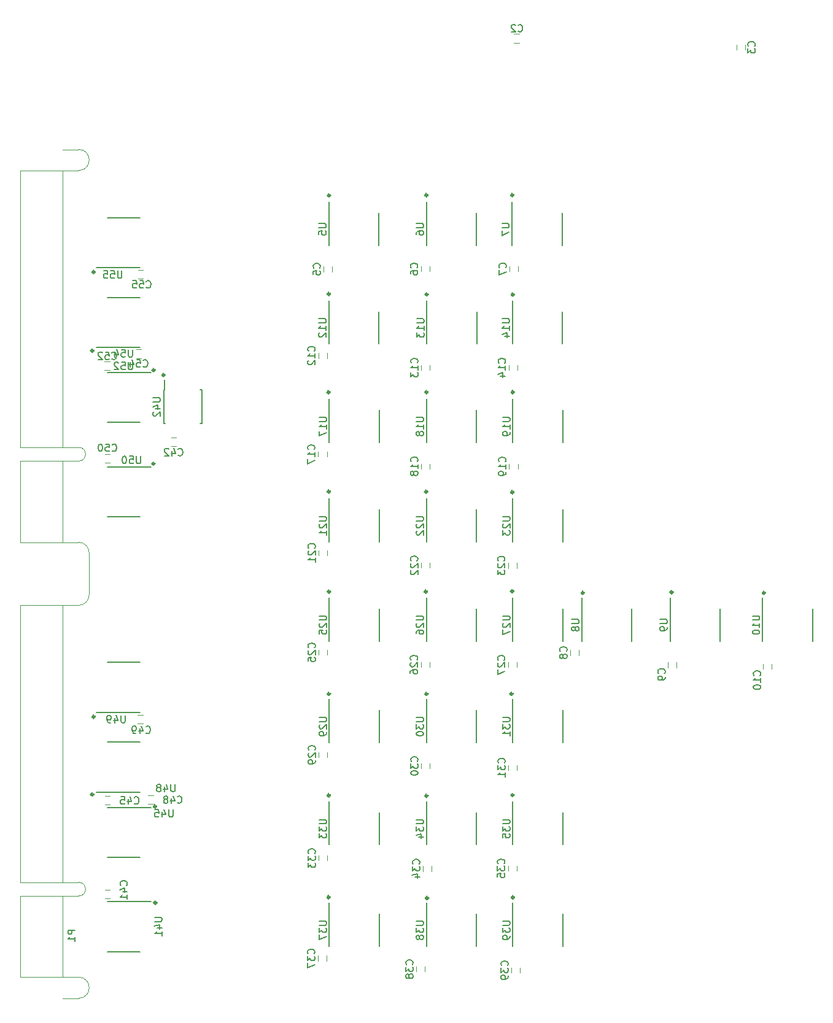
<source format=gbo>
G04 #@! TF.GenerationSoftware,KiCad,Pcbnew,(5.0.0-rc2-35-gda6600525)*
G04 #@! TF.CreationDate,2018-07-07T16:01:35-07:00*
G04 #@! TF.ProjectId,alu,616C752E6B696361645F706362000000,rev?*
G04 #@! TF.SameCoordinates,Original*
G04 #@! TF.FileFunction,Legend,Bot*
G04 #@! TF.FilePolarity,Positive*
%FSLAX46Y46*%
G04 Gerber Fmt 4.6, Leading zero omitted, Abs format (unit mm)*
G04 Created by KiCad (PCBNEW (5.0.0-rc2-35-gda6600525)) date 07/07/18 16:01:35*
%MOMM*%
%LPD*%
G01*
G04 APERTURE LIST*
%ADD10C,0.350000*%
%ADD11C,0.150000*%
%ADD12C,0.120000*%
G04 APERTURE END LIST*
D10*
X22490000Y-153380000D02*
G75*
G03X22490000Y-153380000I-170000J0D01*
G01*
X22440000Y-140090000D02*
G75*
G03X22440000Y-140090000I-170000J0D01*
G01*
X13790000Y-138440000D02*
G75*
G03X13790000Y-138440000I-170000J0D01*
G01*
X13970000Y-127710000D02*
G75*
G03X13970000Y-127710000I-170000J0D01*
G01*
X22240000Y-92800000D02*
G75*
G03X22240000Y-92800000I-170000J0D01*
G01*
X23620000Y-80570000D02*
G75*
G03X23620000Y-80570000I-170000J0D01*
G01*
X22260000Y-79890000D02*
G75*
G03X22260000Y-79890000I-170000J0D01*
G01*
X13800000Y-77220000D02*
G75*
G03X13800000Y-77220000I-170000J0D01*
G01*
X13990000Y-66360000D02*
G75*
G03X13990000Y-66360000I-170000J0D01*
G01*
X71720000Y-55750000D02*
G75*
G03X71720000Y-55750000I-170000J0D01*
G01*
X59880000Y-55750000D02*
G75*
G03X59880000Y-55750000I-170000J0D01*
G01*
X46440000Y-55780000D02*
G75*
G03X46440000Y-55780000I-170000J0D01*
G01*
X46420000Y-69380000D02*
G75*
G03X46420000Y-69380000I-170000J0D01*
G01*
X59930000Y-69450000D02*
G75*
G03X59930000Y-69450000I-170000J0D01*
G01*
X71790000Y-69470000D02*
G75*
G03X71790000Y-69470000I-170000J0D01*
G01*
X71790000Y-82920000D02*
G75*
G03X71790000Y-82920000I-170000J0D01*
G01*
X59890000Y-82930000D02*
G75*
G03X59890000Y-82930000I-170000J0D01*
G01*
X46380000Y-82950000D02*
G75*
G03X46380000Y-82950000I-170000J0D01*
G01*
X46420000Y-96650000D02*
G75*
G03X46420000Y-96650000I-170000J0D01*
G01*
X59850000Y-96670000D02*
G75*
G03X59850000Y-96670000I-170000J0D01*
G01*
X71720000Y-96740000D02*
G75*
G03X71720000Y-96740000I-170000J0D01*
G01*
X71720000Y-110400000D02*
G75*
G03X71720000Y-110400000I-170000J0D01*
G01*
X59790000Y-110450000D02*
G75*
G03X59790000Y-110450000I-170000J0D01*
G01*
X46440000Y-110460000D02*
G75*
G03X46440000Y-110460000I-170000J0D01*
G01*
X46420000Y-124550000D02*
G75*
G03X46420000Y-124550000I-170000J0D01*
G01*
X59880000Y-124550000D02*
G75*
G03X59880000Y-124550000I-170000J0D01*
G01*
X71630000Y-124560000D02*
G75*
G03X71630000Y-124560000I-170000J0D01*
G01*
X71770000Y-138520000D02*
G75*
G03X71770000Y-138520000I-170000J0D01*
G01*
X59890000Y-138620000D02*
G75*
G03X59890000Y-138620000I-170000J0D01*
G01*
X46410000Y-138560000D02*
G75*
G03X46410000Y-138560000I-170000J0D01*
G01*
X46390000Y-152600000D02*
G75*
G03X46390000Y-152600000I-170000J0D01*
G01*
X59970000Y-152730000D02*
G75*
G03X59970000Y-152730000I-170000J0D01*
G01*
X71810000Y-152650000D02*
G75*
G03X71810000Y-152650000I-170000J0D01*
G01*
X81450000Y-110620000D02*
G75*
G03X81450000Y-110620000I-170000J0D01*
G01*
X93690000Y-110530000D02*
G75*
G03X93690000Y-110530000I-170000J0D01*
G01*
X106420000Y-110620000D02*
G75*
G03X106420000Y-110620000I-170000J0D01*
G01*
D11*
G04 #@! TO.C,U31*
X78525000Y-126825000D02*
X78525000Y-131275000D01*
X71625000Y-125300000D02*
X71625000Y-131275000D01*
G04 #@! TO.C,U37*
X46325000Y-153400000D02*
X46325000Y-159375000D01*
X53225000Y-154925000D02*
X53225000Y-159375000D01*
D12*
G04 #@! TO.C,C2*
X71810000Y-34720000D02*
X72510000Y-34720000D01*
X72510000Y-33520000D02*
X71810000Y-33520000D01*
G04 #@! TO.C,C3*
X102500000Y-35010000D02*
X102500000Y-35710000D01*
X103700000Y-35710000D02*
X103700000Y-35010000D01*
G04 #@! TO.C,C5*
X46750000Y-66320000D02*
X46750000Y-65620000D01*
X45550000Y-65620000D02*
X45550000Y-66320000D01*
G04 #@! TO.C,C6*
X60160000Y-66290000D02*
X60160000Y-65590000D01*
X58960000Y-65590000D02*
X58960000Y-66290000D01*
G04 #@! TO.C,C7*
X72370000Y-66270000D02*
X72370000Y-65570000D01*
X71170000Y-65570000D02*
X71170000Y-66270000D01*
G04 #@! TO.C,C8*
X79560000Y-118520000D02*
X79560000Y-119220000D01*
X80760000Y-119220000D02*
X80760000Y-118520000D01*
G04 #@! TO.C,C9*
X94180000Y-120920000D02*
X94180000Y-120220000D01*
X92980000Y-120220000D02*
X92980000Y-120920000D01*
G04 #@! TO.C,C10*
X106120000Y-120410000D02*
X106120000Y-121110000D01*
X107320000Y-121110000D02*
X107320000Y-120410000D01*
G04 #@! TO.C,C12*
X44810000Y-77550000D02*
X44810000Y-78250000D01*
X46010000Y-78250000D02*
X46010000Y-77550000D01*
G04 #@! TO.C,C13*
X60190000Y-79900000D02*
X60190000Y-79200000D01*
X58990000Y-79200000D02*
X58990000Y-79900000D01*
G04 #@! TO.C,C14*
X71060000Y-79210000D02*
X71060000Y-79910000D01*
X72260000Y-79910000D02*
X72260000Y-79210000D01*
G04 #@! TO.C,C17*
X45990000Y-91840000D02*
X45990000Y-91140000D01*
X44790000Y-91140000D02*
X44790000Y-91840000D01*
G04 #@! TO.C,C18*
X58980000Y-92800000D02*
X58980000Y-93500000D01*
X60180000Y-93500000D02*
X60180000Y-92800000D01*
G04 #@! TO.C,C19*
X72330000Y-93520000D02*
X72330000Y-92820000D01*
X71130000Y-92820000D02*
X71130000Y-93520000D01*
G04 #@! TO.C,C21*
X44830000Y-104740000D02*
X44830000Y-105440000D01*
X46030000Y-105440000D02*
X46030000Y-104740000D01*
G04 #@! TO.C,C22*
X58970000Y-106480000D02*
X58970000Y-107180000D01*
X60170000Y-107180000D02*
X60170000Y-106480000D01*
G04 #@! TO.C,C23*
X72190000Y-107200000D02*
X72190000Y-106500000D01*
X70990000Y-106500000D02*
X70990000Y-107200000D01*
G04 #@! TO.C,C25*
X46030000Y-119190000D02*
X46030000Y-118490000D01*
X44830000Y-118490000D02*
X44830000Y-119190000D01*
G04 #@! TO.C,C26*
X60150000Y-120870000D02*
X60150000Y-120170000D01*
X58950000Y-120170000D02*
X58950000Y-120870000D01*
G04 #@! TO.C,C27*
X72190000Y-120890000D02*
X72190000Y-120190000D01*
X70990000Y-120190000D02*
X70990000Y-120890000D01*
G04 #@! TO.C,C29*
X46050000Y-133320000D02*
X46050000Y-132620000D01*
X44850000Y-132620000D02*
X44850000Y-133320000D01*
G04 #@! TO.C,C30*
X58990000Y-134160000D02*
X58990000Y-134860000D01*
X60190000Y-134860000D02*
X60190000Y-134160000D01*
G04 #@! TO.C,C31*
X71020000Y-134380000D02*
X71020000Y-135080000D01*
X72220000Y-135080000D02*
X72220000Y-134380000D01*
G04 #@! TO.C,C33*
X46040000Y-147570000D02*
X46040000Y-146870000D01*
X44840000Y-146870000D02*
X44840000Y-147570000D01*
G04 #@! TO.C,C34*
X59240000Y-148320000D02*
X59240000Y-149020000D01*
X60440000Y-149020000D02*
X60440000Y-148320000D01*
G04 #@! TO.C,C35*
X72170000Y-148990000D02*
X72170000Y-148290000D01*
X70970000Y-148290000D02*
X70970000Y-148990000D01*
G04 #@! TO.C,C37*
X45960000Y-161390000D02*
X45960000Y-160690000D01*
X44760000Y-160690000D02*
X44760000Y-161390000D01*
G04 #@! TO.C,C38*
X58330000Y-162190000D02*
X58330000Y-162890000D01*
X59530000Y-162890000D02*
X59530000Y-162190000D01*
G04 #@! TO.C,C39*
X72640000Y-163030000D02*
X72640000Y-162330000D01*
X71440000Y-162330000D02*
X71440000Y-163030000D01*
G04 #@! TO.C,C41*
X15350000Y-152780000D02*
X16050000Y-152780000D01*
X16050000Y-151580000D02*
X15350000Y-151580000D01*
G04 #@! TO.C,C42*
X25200000Y-89160000D02*
X24500000Y-89160000D01*
X24500000Y-90360000D02*
X25200000Y-90360000D01*
G04 #@! TO.C,P1*
X13200000Y-110900000D02*
X13200000Y-105100000D01*
X11750000Y-166550000D02*
X9500000Y-166550000D01*
X11750000Y-163650000D02*
G75*
G02X11750000Y-166550000I0J-1450000D01*
G01*
X11750000Y-150550000D02*
G75*
G02X11750000Y-152450000I0J-950000D01*
G01*
X9500000Y-152450000D02*
X11750000Y-152450000D01*
X11750000Y-150550000D02*
X9500000Y-150550000D01*
X9500000Y-163650000D02*
X9500000Y-152450000D01*
X9500000Y-152450000D02*
X3700000Y-152450000D01*
X3700000Y-152450000D02*
X3700000Y-163650000D01*
X3700000Y-163650000D02*
X11750000Y-163650000D01*
X9500000Y-112350000D02*
X9500000Y-150550000D01*
X3700000Y-150550000D02*
X3700000Y-112350000D01*
X9500000Y-150550000D02*
X3700000Y-150550000D01*
X11750000Y-112350000D02*
X3700000Y-112350000D01*
X13200000Y-110900000D02*
G75*
G02X11750000Y-112350000I-1450000J0D01*
G01*
X11750000Y-90550000D02*
X9500000Y-90550000D01*
X9500000Y-90550000D02*
X3700000Y-90550000D01*
X9500000Y-52350000D02*
X9500000Y-90550000D01*
X3700000Y-90550000D02*
X3700000Y-52350000D01*
X11750000Y-52350000D02*
X3700000Y-52350000D01*
X11750000Y-49450000D02*
G75*
G02X11750000Y-52350000I0J-1450000D01*
G01*
X11750000Y-49450000D02*
X9500000Y-49450000D01*
X9500000Y-92450000D02*
X3700000Y-92450000D01*
X11750000Y-90550000D02*
G75*
G02X11750000Y-92450000I0J-950000D01*
G01*
X9500000Y-92450000D02*
X11750000Y-92450000D01*
X3700000Y-92450000D02*
X3700000Y-103650000D01*
X9500000Y-103650000D02*
X9500000Y-92450000D01*
X11750000Y-103650000D02*
G75*
G02X13200000Y-105100000I0J-1450000D01*
G01*
X3700000Y-103650000D02*
X11750000Y-103650000D01*
D11*
G04 #@! TO.C,U5*
X53175000Y-58225000D02*
X53175000Y-62675000D01*
X46275000Y-56700000D02*
X46275000Y-62675000D01*
G04 #@! TO.C,U6*
X59725000Y-56700000D02*
X59725000Y-62675000D01*
X66625000Y-58225000D02*
X66625000Y-62675000D01*
G04 #@! TO.C,U7*
X78425000Y-58225000D02*
X78425000Y-62675000D01*
X71525000Y-56700000D02*
X71525000Y-62675000D01*
G04 #@! TO.C,U8*
X88068320Y-112825000D02*
X88068320Y-117275000D01*
X81168320Y-111300000D02*
X81168320Y-117275000D01*
G04 #@! TO.C,U9*
X93318320Y-111300000D02*
X93318320Y-117275000D01*
X100218320Y-112825000D02*
X100218320Y-117275000D01*
G04 #@! TO.C,U10*
X112975000Y-112825000D02*
X112975000Y-117275000D01*
X106075000Y-111300000D02*
X106075000Y-117275000D01*
G04 #@! TO.C,U12*
X53175000Y-71825000D02*
X53175000Y-76275000D01*
X46275000Y-70300000D02*
X46275000Y-76275000D01*
G04 #@! TO.C,U13*
X59775000Y-70300000D02*
X59775000Y-76275000D01*
X66675000Y-71825000D02*
X66675000Y-76275000D01*
G04 #@! TO.C,U14*
X78475000Y-71825000D02*
X78475000Y-76275000D01*
X71575000Y-70300000D02*
X71575000Y-76275000D01*
G04 #@! TO.C,U17*
X46325000Y-83900000D02*
X46325000Y-89875000D01*
X53225000Y-85425000D02*
X53225000Y-89875000D01*
G04 #@! TO.C,U18*
X66625000Y-85425000D02*
X66625000Y-89875000D01*
X59725000Y-83900000D02*
X59725000Y-89875000D01*
G04 #@! TO.C,U19*
X71625000Y-83900000D02*
X71625000Y-89875000D01*
X78525000Y-85425000D02*
X78525000Y-89875000D01*
G04 #@! TO.C,U21*
X46325000Y-97600000D02*
X46325000Y-103575000D01*
X53225000Y-99125000D02*
X53225000Y-103575000D01*
G04 #@! TO.C,U22*
X66625000Y-99125000D02*
X66625000Y-103575000D01*
X59725000Y-97600000D02*
X59725000Y-103575000D01*
G04 #@! TO.C,U23*
X71625000Y-97600000D02*
X71625000Y-103575000D01*
X78525000Y-99125000D02*
X78525000Y-103575000D01*
G04 #@! TO.C,U25*
X53225000Y-112825000D02*
X53225000Y-117275000D01*
X46325000Y-111300000D02*
X46325000Y-117275000D01*
G04 #@! TO.C,U26*
X59725000Y-111300000D02*
X59725000Y-117275000D01*
X66625000Y-112825000D02*
X66625000Y-117275000D01*
G04 #@! TO.C,U27*
X78525000Y-112825000D02*
X78525000Y-117275000D01*
X71625000Y-111300000D02*
X71625000Y-117275000D01*
G04 #@! TO.C,U29*
X46325000Y-125300000D02*
X46325000Y-131275000D01*
X53225000Y-126825000D02*
X53225000Y-131275000D01*
G04 #@! TO.C,U30*
X66625000Y-126825000D02*
X66625000Y-131275000D01*
X59725000Y-125300000D02*
X59725000Y-131275000D01*
G04 #@! TO.C,U33*
X46325000Y-139400000D02*
X46325000Y-145375000D01*
X53225000Y-140925000D02*
X53225000Y-145375000D01*
G04 #@! TO.C,U34*
X59725000Y-139400000D02*
X59725000Y-145375000D01*
X66625000Y-140925000D02*
X66625000Y-145375000D01*
G04 #@! TO.C,U35*
X78525000Y-140925000D02*
X78525000Y-145375000D01*
X71625000Y-139400000D02*
X71625000Y-145375000D01*
G04 #@! TO.C,U38*
X59725000Y-153400000D02*
X59725000Y-159375000D01*
X66625000Y-154925000D02*
X66625000Y-159375000D01*
G04 #@! TO.C,U39*
X78525000Y-154925000D02*
X78525000Y-159375000D01*
X71625000Y-153400000D02*
X71625000Y-159375000D01*
G04 #@! TO.C,U41*
X21700000Y-153225000D02*
X15725000Y-153225000D01*
X20175000Y-160125000D02*
X15725000Y-160125000D01*
G04 #@! TO.C,U42*
X23600000Y-82625000D02*
X23600000Y-81275000D01*
X28725000Y-82625000D02*
X28725000Y-87275000D01*
X23475000Y-82625000D02*
X23475000Y-87275000D01*
X28725000Y-82625000D02*
X28500000Y-82625000D01*
X28725000Y-87275000D02*
X28500000Y-87275000D01*
X23475000Y-87275000D02*
X23700000Y-87275000D01*
X23475000Y-82625000D02*
X23600000Y-82625000D01*
D12*
G04 #@! TO.C,C45*
X16060000Y-138670000D02*
X15360000Y-138670000D01*
X15360000Y-139870000D02*
X16060000Y-139870000D01*
G04 #@! TO.C,C48*
X22050000Y-138560000D02*
X21350000Y-138560000D01*
X21350000Y-139760000D02*
X22050000Y-139760000D01*
G04 #@! TO.C,C49*
X20610000Y-127480000D02*
X19910000Y-127480000D01*
X19910000Y-128680000D02*
X20610000Y-128680000D01*
G04 #@! TO.C,C50*
X16060000Y-91460000D02*
X15360000Y-91460000D01*
X15360000Y-92660000D02*
X16060000Y-92660000D01*
G04 #@! TO.C,C52*
X16030000Y-78720000D02*
X15330000Y-78720000D01*
X15330000Y-79920000D02*
X16030000Y-79920000D01*
G04 #@! TO.C,C54*
X19700000Y-78240000D02*
X20400000Y-78240000D01*
X20400000Y-77040000D02*
X19700000Y-77040000D01*
G04 #@! TO.C,C55*
X20670000Y-66100000D02*
X19970000Y-66100000D01*
X19970000Y-67300000D02*
X20670000Y-67300000D01*
D11*
G04 #@! TO.C,U45*
X20175000Y-147125000D02*
X15725000Y-147125000D01*
X21700000Y-140225000D02*
X15725000Y-140225000D01*
G04 #@! TO.C,U48*
X14200000Y-138125000D02*
X20175000Y-138125000D01*
X15725000Y-131225000D02*
X20175000Y-131225000D01*
G04 #@! TO.C,U49*
X15725000Y-120225000D02*
X20175000Y-120225000D01*
X14200000Y-127125000D02*
X20175000Y-127125000D01*
G04 #@! TO.C,U50*
X21700000Y-93225000D02*
X15725000Y-93225000D01*
X20175000Y-100125000D02*
X15725000Y-100125000D01*
G04 #@! TO.C,U52*
X21700000Y-80225000D02*
X15725000Y-80225000D01*
X20175000Y-87125000D02*
X15725000Y-87125000D01*
G04 #@! TO.C,U54*
X15725000Y-69875000D02*
X20175000Y-69875000D01*
X14200000Y-76775000D02*
X20175000Y-76775000D01*
G04 #@! TO.C,U55*
X14200000Y-65775000D02*
X20175000Y-65775000D01*
X15725000Y-58875000D02*
X20175000Y-58875000D01*
G04 #@! TO.C,U31*
X70227380Y-127811904D02*
X71036904Y-127811904D01*
X71132142Y-127859523D01*
X71179761Y-127907142D01*
X71227380Y-128002380D01*
X71227380Y-128192857D01*
X71179761Y-128288095D01*
X71132142Y-128335714D01*
X71036904Y-128383333D01*
X70227380Y-128383333D01*
X70227380Y-128764285D02*
X70227380Y-129383333D01*
X70608333Y-129050000D01*
X70608333Y-129192857D01*
X70655952Y-129288095D01*
X70703571Y-129335714D01*
X70798809Y-129383333D01*
X71036904Y-129383333D01*
X71132142Y-129335714D01*
X71179761Y-129288095D01*
X71227380Y-129192857D01*
X71227380Y-128907142D01*
X71179761Y-128811904D01*
X71132142Y-128764285D01*
X71227380Y-130335714D02*
X71227380Y-129764285D01*
X71227380Y-130050000D02*
X70227380Y-130050000D01*
X70370238Y-129954761D01*
X70465476Y-129859523D01*
X70513095Y-129764285D01*
G04 #@! TO.C,U37*
X44927380Y-155911904D02*
X45736904Y-155911904D01*
X45832142Y-155959523D01*
X45879761Y-156007142D01*
X45927380Y-156102380D01*
X45927380Y-156292857D01*
X45879761Y-156388095D01*
X45832142Y-156435714D01*
X45736904Y-156483333D01*
X44927380Y-156483333D01*
X44927380Y-156864285D02*
X44927380Y-157483333D01*
X45308333Y-157150000D01*
X45308333Y-157292857D01*
X45355952Y-157388095D01*
X45403571Y-157435714D01*
X45498809Y-157483333D01*
X45736904Y-157483333D01*
X45832142Y-157435714D01*
X45879761Y-157388095D01*
X45927380Y-157292857D01*
X45927380Y-157007142D01*
X45879761Y-156911904D01*
X45832142Y-156864285D01*
X44927380Y-157816666D02*
X44927380Y-158483333D01*
X45927380Y-158054761D01*
G04 #@! TO.C,C2*
X72376666Y-33127142D02*
X72424285Y-33174761D01*
X72567142Y-33222380D01*
X72662380Y-33222380D01*
X72805238Y-33174761D01*
X72900476Y-33079523D01*
X72948095Y-32984285D01*
X72995714Y-32793809D01*
X72995714Y-32650952D01*
X72948095Y-32460476D01*
X72900476Y-32365238D01*
X72805238Y-32270000D01*
X72662380Y-32222380D01*
X72567142Y-32222380D01*
X72424285Y-32270000D01*
X72376666Y-32317619D01*
X71995714Y-32317619D02*
X71948095Y-32270000D01*
X71852857Y-32222380D01*
X71614761Y-32222380D01*
X71519523Y-32270000D01*
X71471904Y-32317619D01*
X71424285Y-32412857D01*
X71424285Y-32508095D01*
X71471904Y-32650952D01*
X72043333Y-33222380D01*
X71424285Y-33222380D01*
G04 #@! TO.C,C3*
X104957142Y-35193333D02*
X105004761Y-35145714D01*
X105052380Y-35002857D01*
X105052380Y-34907619D01*
X105004761Y-34764761D01*
X104909523Y-34669523D01*
X104814285Y-34621904D01*
X104623809Y-34574285D01*
X104480952Y-34574285D01*
X104290476Y-34621904D01*
X104195238Y-34669523D01*
X104100000Y-34764761D01*
X104052380Y-34907619D01*
X104052380Y-35002857D01*
X104100000Y-35145714D01*
X104147619Y-35193333D01*
X104052380Y-35526666D02*
X104052380Y-36145714D01*
X104433333Y-35812380D01*
X104433333Y-35955238D01*
X104480952Y-36050476D01*
X104528571Y-36098095D01*
X104623809Y-36145714D01*
X104861904Y-36145714D01*
X104957142Y-36098095D01*
X105004761Y-36050476D01*
X105052380Y-35955238D01*
X105052380Y-35669523D01*
X105004761Y-35574285D01*
X104957142Y-35526666D01*
G04 #@! TO.C,C5*
X45007142Y-65803333D02*
X45054761Y-65755714D01*
X45102380Y-65612857D01*
X45102380Y-65517619D01*
X45054761Y-65374761D01*
X44959523Y-65279523D01*
X44864285Y-65231904D01*
X44673809Y-65184285D01*
X44530952Y-65184285D01*
X44340476Y-65231904D01*
X44245238Y-65279523D01*
X44150000Y-65374761D01*
X44102380Y-65517619D01*
X44102380Y-65612857D01*
X44150000Y-65755714D01*
X44197619Y-65803333D01*
X44102380Y-66708095D02*
X44102380Y-66231904D01*
X44578571Y-66184285D01*
X44530952Y-66231904D01*
X44483333Y-66327142D01*
X44483333Y-66565238D01*
X44530952Y-66660476D01*
X44578571Y-66708095D01*
X44673809Y-66755714D01*
X44911904Y-66755714D01*
X45007142Y-66708095D01*
X45054761Y-66660476D01*
X45102380Y-66565238D01*
X45102380Y-66327142D01*
X45054761Y-66231904D01*
X45007142Y-66184285D01*
G04 #@! TO.C,C6*
X58417142Y-65773333D02*
X58464761Y-65725714D01*
X58512380Y-65582857D01*
X58512380Y-65487619D01*
X58464761Y-65344761D01*
X58369523Y-65249523D01*
X58274285Y-65201904D01*
X58083809Y-65154285D01*
X57940952Y-65154285D01*
X57750476Y-65201904D01*
X57655238Y-65249523D01*
X57560000Y-65344761D01*
X57512380Y-65487619D01*
X57512380Y-65582857D01*
X57560000Y-65725714D01*
X57607619Y-65773333D01*
X57512380Y-66630476D02*
X57512380Y-66440000D01*
X57560000Y-66344761D01*
X57607619Y-66297142D01*
X57750476Y-66201904D01*
X57940952Y-66154285D01*
X58321904Y-66154285D01*
X58417142Y-66201904D01*
X58464761Y-66249523D01*
X58512380Y-66344761D01*
X58512380Y-66535238D01*
X58464761Y-66630476D01*
X58417142Y-66678095D01*
X58321904Y-66725714D01*
X58083809Y-66725714D01*
X57988571Y-66678095D01*
X57940952Y-66630476D01*
X57893333Y-66535238D01*
X57893333Y-66344761D01*
X57940952Y-66249523D01*
X57988571Y-66201904D01*
X58083809Y-66154285D01*
G04 #@! TO.C,C7*
X70627142Y-65753333D02*
X70674761Y-65705714D01*
X70722380Y-65562857D01*
X70722380Y-65467619D01*
X70674761Y-65324761D01*
X70579523Y-65229523D01*
X70484285Y-65181904D01*
X70293809Y-65134285D01*
X70150952Y-65134285D01*
X69960476Y-65181904D01*
X69865238Y-65229523D01*
X69770000Y-65324761D01*
X69722380Y-65467619D01*
X69722380Y-65562857D01*
X69770000Y-65705714D01*
X69817619Y-65753333D01*
X69722380Y-66086666D02*
X69722380Y-66753333D01*
X70722380Y-66324761D01*
G04 #@! TO.C,C8*
X79017142Y-118703333D02*
X79064761Y-118655714D01*
X79112380Y-118512857D01*
X79112380Y-118417619D01*
X79064761Y-118274761D01*
X78969523Y-118179523D01*
X78874285Y-118131904D01*
X78683809Y-118084285D01*
X78540952Y-118084285D01*
X78350476Y-118131904D01*
X78255238Y-118179523D01*
X78160000Y-118274761D01*
X78112380Y-118417619D01*
X78112380Y-118512857D01*
X78160000Y-118655714D01*
X78207619Y-118703333D01*
X78540952Y-119274761D02*
X78493333Y-119179523D01*
X78445714Y-119131904D01*
X78350476Y-119084285D01*
X78302857Y-119084285D01*
X78207619Y-119131904D01*
X78160000Y-119179523D01*
X78112380Y-119274761D01*
X78112380Y-119465238D01*
X78160000Y-119560476D01*
X78207619Y-119608095D01*
X78302857Y-119655714D01*
X78350476Y-119655714D01*
X78445714Y-119608095D01*
X78493333Y-119560476D01*
X78540952Y-119465238D01*
X78540952Y-119274761D01*
X78588571Y-119179523D01*
X78636190Y-119131904D01*
X78731428Y-119084285D01*
X78921904Y-119084285D01*
X79017142Y-119131904D01*
X79064761Y-119179523D01*
X79112380Y-119274761D01*
X79112380Y-119465238D01*
X79064761Y-119560476D01*
X79017142Y-119608095D01*
X78921904Y-119655714D01*
X78731428Y-119655714D01*
X78636190Y-119608095D01*
X78588571Y-119560476D01*
X78540952Y-119465238D01*
G04 #@! TO.C,C9*
X92547142Y-121723333D02*
X92594761Y-121675714D01*
X92642380Y-121532857D01*
X92642380Y-121437619D01*
X92594761Y-121294761D01*
X92499523Y-121199523D01*
X92404285Y-121151904D01*
X92213809Y-121104285D01*
X92070952Y-121104285D01*
X91880476Y-121151904D01*
X91785238Y-121199523D01*
X91690000Y-121294761D01*
X91642380Y-121437619D01*
X91642380Y-121532857D01*
X91690000Y-121675714D01*
X91737619Y-121723333D01*
X92642380Y-122199523D02*
X92642380Y-122390000D01*
X92594761Y-122485238D01*
X92547142Y-122532857D01*
X92404285Y-122628095D01*
X92213809Y-122675714D01*
X91832857Y-122675714D01*
X91737619Y-122628095D01*
X91690000Y-122580476D01*
X91642380Y-122485238D01*
X91642380Y-122294761D01*
X91690000Y-122199523D01*
X91737619Y-122151904D01*
X91832857Y-122104285D01*
X92070952Y-122104285D01*
X92166190Y-122151904D01*
X92213809Y-122199523D01*
X92261428Y-122294761D01*
X92261428Y-122485238D01*
X92213809Y-122580476D01*
X92166190Y-122628095D01*
X92070952Y-122675714D01*
G04 #@! TO.C,C10*
X105717142Y-122017142D02*
X105764761Y-121969523D01*
X105812380Y-121826666D01*
X105812380Y-121731428D01*
X105764761Y-121588571D01*
X105669523Y-121493333D01*
X105574285Y-121445714D01*
X105383809Y-121398095D01*
X105240952Y-121398095D01*
X105050476Y-121445714D01*
X104955238Y-121493333D01*
X104860000Y-121588571D01*
X104812380Y-121731428D01*
X104812380Y-121826666D01*
X104860000Y-121969523D01*
X104907619Y-122017142D01*
X105812380Y-122969523D02*
X105812380Y-122398095D01*
X105812380Y-122683809D02*
X104812380Y-122683809D01*
X104955238Y-122588571D01*
X105050476Y-122493333D01*
X105098095Y-122398095D01*
X104812380Y-123588571D02*
X104812380Y-123683809D01*
X104860000Y-123779047D01*
X104907619Y-123826666D01*
X105002857Y-123874285D01*
X105193333Y-123921904D01*
X105431428Y-123921904D01*
X105621904Y-123874285D01*
X105717142Y-123826666D01*
X105764761Y-123779047D01*
X105812380Y-123683809D01*
X105812380Y-123588571D01*
X105764761Y-123493333D01*
X105717142Y-123445714D01*
X105621904Y-123398095D01*
X105431428Y-123350476D01*
X105193333Y-123350476D01*
X105002857Y-123398095D01*
X104907619Y-123445714D01*
X104860000Y-123493333D01*
X104812380Y-123588571D01*
G04 #@! TO.C,C12*
X44267142Y-77257142D02*
X44314761Y-77209523D01*
X44362380Y-77066666D01*
X44362380Y-76971428D01*
X44314761Y-76828571D01*
X44219523Y-76733333D01*
X44124285Y-76685714D01*
X43933809Y-76638095D01*
X43790952Y-76638095D01*
X43600476Y-76685714D01*
X43505238Y-76733333D01*
X43410000Y-76828571D01*
X43362380Y-76971428D01*
X43362380Y-77066666D01*
X43410000Y-77209523D01*
X43457619Y-77257142D01*
X44362380Y-78209523D02*
X44362380Y-77638095D01*
X44362380Y-77923809D02*
X43362380Y-77923809D01*
X43505238Y-77828571D01*
X43600476Y-77733333D01*
X43648095Y-77638095D01*
X43457619Y-78590476D02*
X43410000Y-78638095D01*
X43362380Y-78733333D01*
X43362380Y-78971428D01*
X43410000Y-79066666D01*
X43457619Y-79114285D01*
X43552857Y-79161904D01*
X43648095Y-79161904D01*
X43790952Y-79114285D01*
X44362380Y-78542857D01*
X44362380Y-79161904D01*
G04 #@! TO.C,C13*
X58447142Y-78907142D02*
X58494761Y-78859523D01*
X58542380Y-78716666D01*
X58542380Y-78621428D01*
X58494761Y-78478571D01*
X58399523Y-78383333D01*
X58304285Y-78335714D01*
X58113809Y-78288095D01*
X57970952Y-78288095D01*
X57780476Y-78335714D01*
X57685238Y-78383333D01*
X57590000Y-78478571D01*
X57542380Y-78621428D01*
X57542380Y-78716666D01*
X57590000Y-78859523D01*
X57637619Y-78907142D01*
X58542380Y-79859523D02*
X58542380Y-79288095D01*
X58542380Y-79573809D02*
X57542380Y-79573809D01*
X57685238Y-79478571D01*
X57780476Y-79383333D01*
X57828095Y-79288095D01*
X57542380Y-80192857D02*
X57542380Y-80811904D01*
X57923333Y-80478571D01*
X57923333Y-80621428D01*
X57970952Y-80716666D01*
X58018571Y-80764285D01*
X58113809Y-80811904D01*
X58351904Y-80811904D01*
X58447142Y-80764285D01*
X58494761Y-80716666D01*
X58542380Y-80621428D01*
X58542380Y-80335714D01*
X58494761Y-80240476D01*
X58447142Y-80192857D01*
G04 #@! TO.C,C14*
X70517142Y-78917142D02*
X70564761Y-78869523D01*
X70612380Y-78726666D01*
X70612380Y-78631428D01*
X70564761Y-78488571D01*
X70469523Y-78393333D01*
X70374285Y-78345714D01*
X70183809Y-78298095D01*
X70040952Y-78298095D01*
X69850476Y-78345714D01*
X69755238Y-78393333D01*
X69660000Y-78488571D01*
X69612380Y-78631428D01*
X69612380Y-78726666D01*
X69660000Y-78869523D01*
X69707619Y-78917142D01*
X70612380Y-79869523D02*
X70612380Y-79298095D01*
X70612380Y-79583809D02*
X69612380Y-79583809D01*
X69755238Y-79488571D01*
X69850476Y-79393333D01*
X69898095Y-79298095D01*
X69945714Y-80726666D02*
X70612380Y-80726666D01*
X69564761Y-80488571D02*
X70279047Y-80250476D01*
X70279047Y-80869523D01*
G04 #@! TO.C,C17*
X44247142Y-90847142D02*
X44294761Y-90799523D01*
X44342380Y-90656666D01*
X44342380Y-90561428D01*
X44294761Y-90418571D01*
X44199523Y-90323333D01*
X44104285Y-90275714D01*
X43913809Y-90228095D01*
X43770952Y-90228095D01*
X43580476Y-90275714D01*
X43485238Y-90323333D01*
X43390000Y-90418571D01*
X43342380Y-90561428D01*
X43342380Y-90656666D01*
X43390000Y-90799523D01*
X43437619Y-90847142D01*
X44342380Y-91799523D02*
X44342380Y-91228095D01*
X44342380Y-91513809D02*
X43342380Y-91513809D01*
X43485238Y-91418571D01*
X43580476Y-91323333D01*
X43628095Y-91228095D01*
X43342380Y-92132857D02*
X43342380Y-92799523D01*
X44342380Y-92370952D01*
G04 #@! TO.C,C18*
X58437142Y-92507142D02*
X58484761Y-92459523D01*
X58532380Y-92316666D01*
X58532380Y-92221428D01*
X58484761Y-92078571D01*
X58389523Y-91983333D01*
X58294285Y-91935714D01*
X58103809Y-91888095D01*
X57960952Y-91888095D01*
X57770476Y-91935714D01*
X57675238Y-91983333D01*
X57580000Y-92078571D01*
X57532380Y-92221428D01*
X57532380Y-92316666D01*
X57580000Y-92459523D01*
X57627619Y-92507142D01*
X58532380Y-93459523D02*
X58532380Y-92888095D01*
X58532380Y-93173809D02*
X57532380Y-93173809D01*
X57675238Y-93078571D01*
X57770476Y-92983333D01*
X57818095Y-92888095D01*
X57960952Y-94030952D02*
X57913333Y-93935714D01*
X57865714Y-93888095D01*
X57770476Y-93840476D01*
X57722857Y-93840476D01*
X57627619Y-93888095D01*
X57580000Y-93935714D01*
X57532380Y-94030952D01*
X57532380Y-94221428D01*
X57580000Y-94316666D01*
X57627619Y-94364285D01*
X57722857Y-94411904D01*
X57770476Y-94411904D01*
X57865714Y-94364285D01*
X57913333Y-94316666D01*
X57960952Y-94221428D01*
X57960952Y-94030952D01*
X58008571Y-93935714D01*
X58056190Y-93888095D01*
X58151428Y-93840476D01*
X58341904Y-93840476D01*
X58437142Y-93888095D01*
X58484761Y-93935714D01*
X58532380Y-94030952D01*
X58532380Y-94221428D01*
X58484761Y-94316666D01*
X58437142Y-94364285D01*
X58341904Y-94411904D01*
X58151428Y-94411904D01*
X58056190Y-94364285D01*
X58008571Y-94316666D01*
X57960952Y-94221428D01*
G04 #@! TO.C,C19*
X70587142Y-92527142D02*
X70634761Y-92479523D01*
X70682380Y-92336666D01*
X70682380Y-92241428D01*
X70634761Y-92098571D01*
X70539523Y-92003333D01*
X70444285Y-91955714D01*
X70253809Y-91908095D01*
X70110952Y-91908095D01*
X69920476Y-91955714D01*
X69825238Y-92003333D01*
X69730000Y-92098571D01*
X69682380Y-92241428D01*
X69682380Y-92336666D01*
X69730000Y-92479523D01*
X69777619Y-92527142D01*
X70682380Y-93479523D02*
X70682380Y-92908095D01*
X70682380Y-93193809D02*
X69682380Y-93193809D01*
X69825238Y-93098571D01*
X69920476Y-93003333D01*
X69968095Y-92908095D01*
X70682380Y-93955714D02*
X70682380Y-94146190D01*
X70634761Y-94241428D01*
X70587142Y-94289047D01*
X70444285Y-94384285D01*
X70253809Y-94431904D01*
X69872857Y-94431904D01*
X69777619Y-94384285D01*
X69730000Y-94336666D01*
X69682380Y-94241428D01*
X69682380Y-94050952D01*
X69730000Y-93955714D01*
X69777619Y-93908095D01*
X69872857Y-93860476D01*
X70110952Y-93860476D01*
X70206190Y-93908095D01*
X70253809Y-93955714D01*
X70301428Y-94050952D01*
X70301428Y-94241428D01*
X70253809Y-94336666D01*
X70206190Y-94384285D01*
X70110952Y-94431904D01*
G04 #@! TO.C,C21*
X44287142Y-104447142D02*
X44334761Y-104399523D01*
X44382380Y-104256666D01*
X44382380Y-104161428D01*
X44334761Y-104018571D01*
X44239523Y-103923333D01*
X44144285Y-103875714D01*
X43953809Y-103828095D01*
X43810952Y-103828095D01*
X43620476Y-103875714D01*
X43525238Y-103923333D01*
X43430000Y-104018571D01*
X43382380Y-104161428D01*
X43382380Y-104256666D01*
X43430000Y-104399523D01*
X43477619Y-104447142D01*
X43477619Y-104828095D02*
X43430000Y-104875714D01*
X43382380Y-104970952D01*
X43382380Y-105209047D01*
X43430000Y-105304285D01*
X43477619Y-105351904D01*
X43572857Y-105399523D01*
X43668095Y-105399523D01*
X43810952Y-105351904D01*
X44382380Y-104780476D01*
X44382380Y-105399523D01*
X44382380Y-106351904D02*
X44382380Y-105780476D01*
X44382380Y-106066190D02*
X43382380Y-106066190D01*
X43525238Y-105970952D01*
X43620476Y-105875714D01*
X43668095Y-105780476D01*
G04 #@! TO.C,C22*
X58427142Y-106187142D02*
X58474761Y-106139523D01*
X58522380Y-105996666D01*
X58522380Y-105901428D01*
X58474761Y-105758571D01*
X58379523Y-105663333D01*
X58284285Y-105615714D01*
X58093809Y-105568095D01*
X57950952Y-105568095D01*
X57760476Y-105615714D01*
X57665238Y-105663333D01*
X57570000Y-105758571D01*
X57522380Y-105901428D01*
X57522380Y-105996666D01*
X57570000Y-106139523D01*
X57617619Y-106187142D01*
X57617619Y-106568095D02*
X57570000Y-106615714D01*
X57522380Y-106710952D01*
X57522380Y-106949047D01*
X57570000Y-107044285D01*
X57617619Y-107091904D01*
X57712857Y-107139523D01*
X57808095Y-107139523D01*
X57950952Y-107091904D01*
X58522380Y-106520476D01*
X58522380Y-107139523D01*
X57617619Y-107520476D02*
X57570000Y-107568095D01*
X57522380Y-107663333D01*
X57522380Y-107901428D01*
X57570000Y-107996666D01*
X57617619Y-108044285D01*
X57712857Y-108091904D01*
X57808095Y-108091904D01*
X57950952Y-108044285D01*
X58522380Y-107472857D01*
X58522380Y-108091904D01*
G04 #@! TO.C,C23*
X70447142Y-106207142D02*
X70494761Y-106159523D01*
X70542380Y-106016666D01*
X70542380Y-105921428D01*
X70494761Y-105778571D01*
X70399523Y-105683333D01*
X70304285Y-105635714D01*
X70113809Y-105588095D01*
X69970952Y-105588095D01*
X69780476Y-105635714D01*
X69685238Y-105683333D01*
X69590000Y-105778571D01*
X69542380Y-105921428D01*
X69542380Y-106016666D01*
X69590000Y-106159523D01*
X69637619Y-106207142D01*
X69637619Y-106588095D02*
X69590000Y-106635714D01*
X69542380Y-106730952D01*
X69542380Y-106969047D01*
X69590000Y-107064285D01*
X69637619Y-107111904D01*
X69732857Y-107159523D01*
X69828095Y-107159523D01*
X69970952Y-107111904D01*
X70542380Y-106540476D01*
X70542380Y-107159523D01*
X69542380Y-107492857D02*
X69542380Y-108111904D01*
X69923333Y-107778571D01*
X69923333Y-107921428D01*
X69970952Y-108016666D01*
X70018571Y-108064285D01*
X70113809Y-108111904D01*
X70351904Y-108111904D01*
X70447142Y-108064285D01*
X70494761Y-108016666D01*
X70542380Y-107921428D01*
X70542380Y-107635714D01*
X70494761Y-107540476D01*
X70447142Y-107492857D01*
G04 #@! TO.C,C25*
X44287142Y-118197142D02*
X44334761Y-118149523D01*
X44382380Y-118006666D01*
X44382380Y-117911428D01*
X44334761Y-117768571D01*
X44239523Y-117673333D01*
X44144285Y-117625714D01*
X43953809Y-117578095D01*
X43810952Y-117578095D01*
X43620476Y-117625714D01*
X43525238Y-117673333D01*
X43430000Y-117768571D01*
X43382380Y-117911428D01*
X43382380Y-118006666D01*
X43430000Y-118149523D01*
X43477619Y-118197142D01*
X43477619Y-118578095D02*
X43430000Y-118625714D01*
X43382380Y-118720952D01*
X43382380Y-118959047D01*
X43430000Y-119054285D01*
X43477619Y-119101904D01*
X43572857Y-119149523D01*
X43668095Y-119149523D01*
X43810952Y-119101904D01*
X44382380Y-118530476D01*
X44382380Y-119149523D01*
X43382380Y-120054285D02*
X43382380Y-119578095D01*
X43858571Y-119530476D01*
X43810952Y-119578095D01*
X43763333Y-119673333D01*
X43763333Y-119911428D01*
X43810952Y-120006666D01*
X43858571Y-120054285D01*
X43953809Y-120101904D01*
X44191904Y-120101904D01*
X44287142Y-120054285D01*
X44334761Y-120006666D01*
X44382380Y-119911428D01*
X44382380Y-119673333D01*
X44334761Y-119578095D01*
X44287142Y-119530476D01*
G04 #@! TO.C,C26*
X58407142Y-119877142D02*
X58454761Y-119829523D01*
X58502380Y-119686666D01*
X58502380Y-119591428D01*
X58454761Y-119448571D01*
X58359523Y-119353333D01*
X58264285Y-119305714D01*
X58073809Y-119258095D01*
X57930952Y-119258095D01*
X57740476Y-119305714D01*
X57645238Y-119353333D01*
X57550000Y-119448571D01*
X57502380Y-119591428D01*
X57502380Y-119686666D01*
X57550000Y-119829523D01*
X57597619Y-119877142D01*
X57597619Y-120258095D02*
X57550000Y-120305714D01*
X57502380Y-120400952D01*
X57502380Y-120639047D01*
X57550000Y-120734285D01*
X57597619Y-120781904D01*
X57692857Y-120829523D01*
X57788095Y-120829523D01*
X57930952Y-120781904D01*
X58502380Y-120210476D01*
X58502380Y-120829523D01*
X57502380Y-121686666D02*
X57502380Y-121496190D01*
X57550000Y-121400952D01*
X57597619Y-121353333D01*
X57740476Y-121258095D01*
X57930952Y-121210476D01*
X58311904Y-121210476D01*
X58407142Y-121258095D01*
X58454761Y-121305714D01*
X58502380Y-121400952D01*
X58502380Y-121591428D01*
X58454761Y-121686666D01*
X58407142Y-121734285D01*
X58311904Y-121781904D01*
X58073809Y-121781904D01*
X57978571Y-121734285D01*
X57930952Y-121686666D01*
X57883333Y-121591428D01*
X57883333Y-121400952D01*
X57930952Y-121305714D01*
X57978571Y-121258095D01*
X58073809Y-121210476D01*
G04 #@! TO.C,C27*
X70447142Y-119897142D02*
X70494761Y-119849523D01*
X70542380Y-119706666D01*
X70542380Y-119611428D01*
X70494761Y-119468571D01*
X70399523Y-119373333D01*
X70304285Y-119325714D01*
X70113809Y-119278095D01*
X69970952Y-119278095D01*
X69780476Y-119325714D01*
X69685238Y-119373333D01*
X69590000Y-119468571D01*
X69542380Y-119611428D01*
X69542380Y-119706666D01*
X69590000Y-119849523D01*
X69637619Y-119897142D01*
X69637619Y-120278095D02*
X69590000Y-120325714D01*
X69542380Y-120420952D01*
X69542380Y-120659047D01*
X69590000Y-120754285D01*
X69637619Y-120801904D01*
X69732857Y-120849523D01*
X69828095Y-120849523D01*
X69970952Y-120801904D01*
X70542380Y-120230476D01*
X70542380Y-120849523D01*
X69542380Y-121182857D02*
X69542380Y-121849523D01*
X70542380Y-121420952D01*
G04 #@! TO.C,C29*
X44307142Y-132327142D02*
X44354761Y-132279523D01*
X44402380Y-132136666D01*
X44402380Y-132041428D01*
X44354761Y-131898571D01*
X44259523Y-131803333D01*
X44164285Y-131755714D01*
X43973809Y-131708095D01*
X43830952Y-131708095D01*
X43640476Y-131755714D01*
X43545238Y-131803333D01*
X43450000Y-131898571D01*
X43402380Y-132041428D01*
X43402380Y-132136666D01*
X43450000Y-132279523D01*
X43497619Y-132327142D01*
X43497619Y-132708095D02*
X43450000Y-132755714D01*
X43402380Y-132850952D01*
X43402380Y-133089047D01*
X43450000Y-133184285D01*
X43497619Y-133231904D01*
X43592857Y-133279523D01*
X43688095Y-133279523D01*
X43830952Y-133231904D01*
X44402380Y-132660476D01*
X44402380Y-133279523D01*
X44402380Y-133755714D02*
X44402380Y-133946190D01*
X44354761Y-134041428D01*
X44307142Y-134089047D01*
X44164285Y-134184285D01*
X43973809Y-134231904D01*
X43592857Y-134231904D01*
X43497619Y-134184285D01*
X43450000Y-134136666D01*
X43402380Y-134041428D01*
X43402380Y-133850952D01*
X43450000Y-133755714D01*
X43497619Y-133708095D01*
X43592857Y-133660476D01*
X43830952Y-133660476D01*
X43926190Y-133708095D01*
X43973809Y-133755714D01*
X44021428Y-133850952D01*
X44021428Y-134041428D01*
X43973809Y-134136666D01*
X43926190Y-134184285D01*
X43830952Y-134231904D01*
G04 #@! TO.C,C30*
X58447142Y-133867142D02*
X58494761Y-133819523D01*
X58542380Y-133676666D01*
X58542380Y-133581428D01*
X58494761Y-133438571D01*
X58399523Y-133343333D01*
X58304285Y-133295714D01*
X58113809Y-133248095D01*
X57970952Y-133248095D01*
X57780476Y-133295714D01*
X57685238Y-133343333D01*
X57590000Y-133438571D01*
X57542380Y-133581428D01*
X57542380Y-133676666D01*
X57590000Y-133819523D01*
X57637619Y-133867142D01*
X57542380Y-134200476D02*
X57542380Y-134819523D01*
X57923333Y-134486190D01*
X57923333Y-134629047D01*
X57970952Y-134724285D01*
X58018571Y-134771904D01*
X58113809Y-134819523D01*
X58351904Y-134819523D01*
X58447142Y-134771904D01*
X58494761Y-134724285D01*
X58542380Y-134629047D01*
X58542380Y-134343333D01*
X58494761Y-134248095D01*
X58447142Y-134200476D01*
X57542380Y-135438571D02*
X57542380Y-135533809D01*
X57590000Y-135629047D01*
X57637619Y-135676666D01*
X57732857Y-135724285D01*
X57923333Y-135771904D01*
X58161428Y-135771904D01*
X58351904Y-135724285D01*
X58447142Y-135676666D01*
X58494761Y-135629047D01*
X58542380Y-135533809D01*
X58542380Y-135438571D01*
X58494761Y-135343333D01*
X58447142Y-135295714D01*
X58351904Y-135248095D01*
X58161428Y-135200476D01*
X57923333Y-135200476D01*
X57732857Y-135248095D01*
X57637619Y-135295714D01*
X57590000Y-135343333D01*
X57542380Y-135438571D01*
G04 #@! TO.C,C31*
X70477142Y-134087142D02*
X70524761Y-134039523D01*
X70572380Y-133896666D01*
X70572380Y-133801428D01*
X70524761Y-133658571D01*
X70429523Y-133563333D01*
X70334285Y-133515714D01*
X70143809Y-133468095D01*
X70000952Y-133468095D01*
X69810476Y-133515714D01*
X69715238Y-133563333D01*
X69620000Y-133658571D01*
X69572380Y-133801428D01*
X69572380Y-133896666D01*
X69620000Y-134039523D01*
X69667619Y-134087142D01*
X69572380Y-134420476D02*
X69572380Y-135039523D01*
X69953333Y-134706190D01*
X69953333Y-134849047D01*
X70000952Y-134944285D01*
X70048571Y-134991904D01*
X70143809Y-135039523D01*
X70381904Y-135039523D01*
X70477142Y-134991904D01*
X70524761Y-134944285D01*
X70572380Y-134849047D01*
X70572380Y-134563333D01*
X70524761Y-134468095D01*
X70477142Y-134420476D01*
X70572380Y-135991904D02*
X70572380Y-135420476D01*
X70572380Y-135706190D02*
X69572380Y-135706190D01*
X69715238Y-135610952D01*
X69810476Y-135515714D01*
X69858095Y-135420476D01*
G04 #@! TO.C,C33*
X44297142Y-146577142D02*
X44344761Y-146529523D01*
X44392380Y-146386666D01*
X44392380Y-146291428D01*
X44344761Y-146148571D01*
X44249523Y-146053333D01*
X44154285Y-146005714D01*
X43963809Y-145958095D01*
X43820952Y-145958095D01*
X43630476Y-146005714D01*
X43535238Y-146053333D01*
X43440000Y-146148571D01*
X43392380Y-146291428D01*
X43392380Y-146386666D01*
X43440000Y-146529523D01*
X43487619Y-146577142D01*
X43392380Y-146910476D02*
X43392380Y-147529523D01*
X43773333Y-147196190D01*
X43773333Y-147339047D01*
X43820952Y-147434285D01*
X43868571Y-147481904D01*
X43963809Y-147529523D01*
X44201904Y-147529523D01*
X44297142Y-147481904D01*
X44344761Y-147434285D01*
X44392380Y-147339047D01*
X44392380Y-147053333D01*
X44344761Y-146958095D01*
X44297142Y-146910476D01*
X43392380Y-147862857D02*
X43392380Y-148481904D01*
X43773333Y-148148571D01*
X43773333Y-148291428D01*
X43820952Y-148386666D01*
X43868571Y-148434285D01*
X43963809Y-148481904D01*
X44201904Y-148481904D01*
X44297142Y-148434285D01*
X44344761Y-148386666D01*
X44392380Y-148291428D01*
X44392380Y-148005714D01*
X44344761Y-147910476D01*
X44297142Y-147862857D01*
G04 #@! TO.C,C34*
X58697142Y-148027142D02*
X58744761Y-147979523D01*
X58792380Y-147836666D01*
X58792380Y-147741428D01*
X58744761Y-147598571D01*
X58649523Y-147503333D01*
X58554285Y-147455714D01*
X58363809Y-147408095D01*
X58220952Y-147408095D01*
X58030476Y-147455714D01*
X57935238Y-147503333D01*
X57840000Y-147598571D01*
X57792380Y-147741428D01*
X57792380Y-147836666D01*
X57840000Y-147979523D01*
X57887619Y-148027142D01*
X57792380Y-148360476D02*
X57792380Y-148979523D01*
X58173333Y-148646190D01*
X58173333Y-148789047D01*
X58220952Y-148884285D01*
X58268571Y-148931904D01*
X58363809Y-148979523D01*
X58601904Y-148979523D01*
X58697142Y-148931904D01*
X58744761Y-148884285D01*
X58792380Y-148789047D01*
X58792380Y-148503333D01*
X58744761Y-148408095D01*
X58697142Y-148360476D01*
X58125714Y-149836666D02*
X58792380Y-149836666D01*
X57744761Y-149598571D02*
X58459047Y-149360476D01*
X58459047Y-149979523D01*
G04 #@! TO.C,C35*
X70427142Y-147997142D02*
X70474761Y-147949523D01*
X70522380Y-147806666D01*
X70522380Y-147711428D01*
X70474761Y-147568571D01*
X70379523Y-147473333D01*
X70284285Y-147425714D01*
X70093809Y-147378095D01*
X69950952Y-147378095D01*
X69760476Y-147425714D01*
X69665238Y-147473333D01*
X69570000Y-147568571D01*
X69522380Y-147711428D01*
X69522380Y-147806666D01*
X69570000Y-147949523D01*
X69617619Y-147997142D01*
X69522380Y-148330476D02*
X69522380Y-148949523D01*
X69903333Y-148616190D01*
X69903333Y-148759047D01*
X69950952Y-148854285D01*
X69998571Y-148901904D01*
X70093809Y-148949523D01*
X70331904Y-148949523D01*
X70427142Y-148901904D01*
X70474761Y-148854285D01*
X70522380Y-148759047D01*
X70522380Y-148473333D01*
X70474761Y-148378095D01*
X70427142Y-148330476D01*
X69522380Y-149854285D02*
X69522380Y-149378095D01*
X69998571Y-149330476D01*
X69950952Y-149378095D01*
X69903333Y-149473333D01*
X69903333Y-149711428D01*
X69950952Y-149806666D01*
X69998571Y-149854285D01*
X70093809Y-149901904D01*
X70331904Y-149901904D01*
X70427142Y-149854285D01*
X70474761Y-149806666D01*
X70522380Y-149711428D01*
X70522380Y-149473333D01*
X70474761Y-149378095D01*
X70427142Y-149330476D01*
G04 #@! TO.C,C37*
X44217142Y-160397142D02*
X44264761Y-160349523D01*
X44312380Y-160206666D01*
X44312380Y-160111428D01*
X44264761Y-159968571D01*
X44169523Y-159873333D01*
X44074285Y-159825714D01*
X43883809Y-159778095D01*
X43740952Y-159778095D01*
X43550476Y-159825714D01*
X43455238Y-159873333D01*
X43360000Y-159968571D01*
X43312380Y-160111428D01*
X43312380Y-160206666D01*
X43360000Y-160349523D01*
X43407619Y-160397142D01*
X43312380Y-160730476D02*
X43312380Y-161349523D01*
X43693333Y-161016190D01*
X43693333Y-161159047D01*
X43740952Y-161254285D01*
X43788571Y-161301904D01*
X43883809Y-161349523D01*
X44121904Y-161349523D01*
X44217142Y-161301904D01*
X44264761Y-161254285D01*
X44312380Y-161159047D01*
X44312380Y-160873333D01*
X44264761Y-160778095D01*
X44217142Y-160730476D01*
X43312380Y-161682857D02*
X43312380Y-162349523D01*
X44312380Y-161920952D01*
G04 #@! TO.C,C38*
X57787142Y-161897142D02*
X57834761Y-161849523D01*
X57882380Y-161706666D01*
X57882380Y-161611428D01*
X57834761Y-161468571D01*
X57739523Y-161373333D01*
X57644285Y-161325714D01*
X57453809Y-161278095D01*
X57310952Y-161278095D01*
X57120476Y-161325714D01*
X57025238Y-161373333D01*
X56930000Y-161468571D01*
X56882380Y-161611428D01*
X56882380Y-161706666D01*
X56930000Y-161849523D01*
X56977619Y-161897142D01*
X56882380Y-162230476D02*
X56882380Y-162849523D01*
X57263333Y-162516190D01*
X57263333Y-162659047D01*
X57310952Y-162754285D01*
X57358571Y-162801904D01*
X57453809Y-162849523D01*
X57691904Y-162849523D01*
X57787142Y-162801904D01*
X57834761Y-162754285D01*
X57882380Y-162659047D01*
X57882380Y-162373333D01*
X57834761Y-162278095D01*
X57787142Y-162230476D01*
X57310952Y-163420952D02*
X57263333Y-163325714D01*
X57215714Y-163278095D01*
X57120476Y-163230476D01*
X57072857Y-163230476D01*
X56977619Y-163278095D01*
X56930000Y-163325714D01*
X56882380Y-163420952D01*
X56882380Y-163611428D01*
X56930000Y-163706666D01*
X56977619Y-163754285D01*
X57072857Y-163801904D01*
X57120476Y-163801904D01*
X57215714Y-163754285D01*
X57263333Y-163706666D01*
X57310952Y-163611428D01*
X57310952Y-163420952D01*
X57358571Y-163325714D01*
X57406190Y-163278095D01*
X57501428Y-163230476D01*
X57691904Y-163230476D01*
X57787142Y-163278095D01*
X57834761Y-163325714D01*
X57882380Y-163420952D01*
X57882380Y-163611428D01*
X57834761Y-163706666D01*
X57787142Y-163754285D01*
X57691904Y-163801904D01*
X57501428Y-163801904D01*
X57406190Y-163754285D01*
X57358571Y-163706666D01*
X57310952Y-163611428D01*
G04 #@! TO.C,C39*
X70897142Y-162037142D02*
X70944761Y-161989523D01*
X70992380Y-161846666D01*
X70992380Y-161751428D01*
X70944761Y-161608571D01*
X70849523Y-161513333D01*
X70754285Y-161465714D01*
X70563809Y-161418095D01*
X70420952Y-161418095D01*
X70230476Y-161465714D01*
X70135238Y-161513333D01*
X70040000Y-161608571D01*
X69992380Y-161751428D01*
X69992380Y-161846666D01*
X70040000Y-161989523D01*
X70087619Y-162037142D01*
X69992380Y-162370476D02*
X69992380Y-162989523D01*
X70373333Y-162656190D01*
X70373333Y-162799047D01*
X70420952Y-162894285D01*
X70468571Y-162941904D01*
X70563809Y-162989523D01*
X70801904Y-162989523D01*
X70897142Y-162941904D01*
X70944761Y-162894285D01*
X70992380Y-162799047D01*
X70992380Y-162513333D01*
X70944761Y-162418095D01*
X70897142Y-162370476D01*
X70992380Y-163465714D02*
X70992380Y-163656190D01*
X70944761Y-163751428D01*
X70897142Y-163799047D01*
X70754285Y-163894285D01*
X70563809Y-163941904D01*
X70182857Y-163941904D01*
X70087619Y-163894285D01*
X70040000Y-163846666D01*
X69992380Y-163751428D01*
X69992380Y-163560952D01*
X70040000Y-163465714D01*
X70087619Y-163418095D01*
X70182857Y-163370476D01*
X70420952Y-163370476D01*
X70516190Y-163418095D01*
X70563809Y-163465714D01*
X70611428Y-163560952D01*
X70611428Y-163751428D01*
X70563809Y-163846666D01*
X70516190Y-163894285D01*
X70420952Y-163941904D01*
G04 #@! TO.C,C41*
X18367142Y-150977142D02*
X18414761Y-150929523D01*
X18462380Y-150786666D01*
X18462380Y-150691428D01*
X18414761Y-150548571D01*
X18319523Y-150453333D01*
X18224285Y-150405714D01*
X18033809Y-150358095D01*
X17890952Y-150358095D01*
X17700476Y-150405714D01*
X17605238Y-150453333D01*
X17510000Y-150548571D01*
X17462380Y-150691428D01*
X17462380Y-150786666D01*
X17510000Y-150929523D01*
X17557619Y-150977142D01*
X17795714Y-151834285D02*
X18462380Y-151834285D01*
X17414761Y-151596190D02*
X18129047Y-151358095D01*
X18129047Y-151977142D01*
X18462380Y-152881904D02*
X18462380Y-152310476D01*
X18462380Y-152596190D02*
X17462380Y-152596190D01*
X17605238Y-152500952D01*
X17700476Y-152405714D01*
X17748095Y-152310476D01*
G04 #@! TO.C,C42*
X25492857Y-91617142D02*
X25540476Y-91664761D01*
X25683333Y-91712380D01*
X25778571Y-91712380D01*
X25921428Y-91664761D01*
X26016666Y-91569523D01*
X26064285Y-91474285D01*
X26111904Y-91283809D01*
X26111904Y-91140952D01*
X26064285Y-90950476D01*
X26016666Y-90855238D01*
X25921428Y-90760000D01*
X25778571Y-90712380D01*
X25683333Y-90712380D01*
X25540476Y-90760000D01*
X25492857Y-90807619D01*
X24635714Y-91045714D02*
X24635714Y-91712380D01*
X24873809Y-90664761D02*
X25111904Y-91379047D01*
X24492857Y-91379047D01*
X24159523Y-90807619D02*
X24111904Y-90760000D01*
X24016666Y-90712380D01*
X23778571Y-90712380D01*
X23683333Y-90760000D01*
X23635714Y-90807619D01*
X23588095Y-90902857D01*
X23588095Y-90998095D01*
X23635714Y-91140952D01*
X24207142Y-91712380D01*
X23588095Y-91712380D01*
G04 #@! TO.C,P1*
X11262380Y-157161904D02*
X10262380Y-157161904D01*
X10262380Y-157542857D01*
X10310000Y-157638095D01*
X10357619Y-157685714D01*
X10452857Y-157733333D01*
X10595714Y-157733333D01*
X10690952Y-157685714D01*
X10738571Y-157638095D01*
X10786190Y-157542857D01*
X10786190Y-157161904D01*
X11262380Y-158685714D02*
X11262380Y-158114285D01*
X11262380Y-158400000D02*
X10262380Y-158400000D01*
X10405238Y-158304761D01*
X10500476Y-158209523D01*
X10548095Y-158114285D01*
G04 #@! TO.C,U5*
X44877380Y-59688095D02*
X45686904Y-59688095D01*
X45782142Y-59735714D01*
X45829761Y-59783333D01*
X45877380Y-59878571D01*
X45877380Y-60069047D01*
X45829761Y-60164285D01*
X45782142Y-60211904D01*
X45686904Y-60259523D01*
X44877380Y-60259523D01*
X44877380Y-61211904D02*
X44877380Y-60735714D01*
X45353571Y-60688095D01*
X45305952Y-60735714D01*
X45258333Y-60830952D01*
X45258333Y-61069047D01*
X45305952Y-61164285D01*
X45353571Y-61211904D01*
X45448809Y-61259523D01*
X45686904Y-61259523D01*
X45782142Y-61211904D01*
X45829761Y-61164285D01*
X45877380Y-61069047D01*
X45877380Y-60830952D01*
X45829761Y-60735714D01*
X45782142Y-60688095D01*
G04 #@! TO.C,U6*
X58327380Y-59688095D02*
X59136904Y-59688095D01*
X59232142Y-59735714D01*
X59279761Y-59783333D01*
X59327380Y-59878571D01*
X59327380Y-60069047D01*
X59279761Y-60164285D01*
X59232142Y-60211904D01*
X59136904Y-60259523D01*
X58327380Y-60259523D01*
X58327380Y-61164285D02*
X58327380Y-60973809D01*
X58375000Y-60878571D01*
X58422619Y-60830952D01*
X58565476Y-60735714D01*
X58755952Y-60688095D01*
X59136904Y-60688095D01*
X59232142Y-60735714D01*
X59279761Y-60783333D01*
X59327380Y-60878571D01*
X59327380Y-61069047D01*
X59279761Y-61164285D01*
X59232142Y-61211904D01*
X59136904Y-61259523D01*
X58898809Y-61259523D01*
X58803571Y-61211904D01*
X58755952Y-61164285D01*
X58708333Y-61069047D01*
X58708333Y-60878571D01*
X58755952Y-60783333D01*
X58803571Y-60735714D01*
X58898809Y-60688095D01*
G04 #@! TO.C,U7*
X70127380Y-59688095D02*
X70936904Y-59688095D01*
X71032142Y-59735714D01*
X71079761Y-59783333D01*
X71127380Y-59878571D01*
X71127380Y-60069047D01*
X71079761Y-60164285D01*
X71032142Y-60211904D01*
X70936904Y-60259523D01*
X70127380Y-60259523D01*
X70127380Y-60640476D02*
X70127380Y-61307142D01*
X71127380Y-60878571D01*
G04 #@! TO.C,U8*
X79770700Y-114288095D02*
X80580224Y-114288095D01*
X80675462Y-114335714D01*
X80723081Y-114383333D01*
X80770700Y-114478571D01*
X80770700Y-114669047D01*
X80723081Y-114764285D01*
X80675462Y-114811904D01*
X80580224Y-114859523D01*
X79770700Y-114859523D01*
X80199272Y-115478571D02*
X80151653Y-115383333D01*
X80104034Y-115335714D01*
X80008796Y-115288095D01*
X79961177Y-115288095D01*
X79865939Y-115335714D01*
X79818320Y-115383333D01*
X79770700Y-115478571D01*
X79770700Y-115669047D01*
X79818320Y-115764285D01*
X79865939Y-115811904D01*
X79961177Y-115859523D01*
X80008796Y-115859523D01*
X80104034Y-115811904D01*
X80151653Y-115764285D01*
X80199272Y-115669047D01*
X80199272Y-115478571D01*
X80246891Y-115383333D01*
X80294510Y-115335714D01*
X80389748Y-115288095D01*
X80580224Y-115288095D01*
X80675462Y-115335714D01*
X80723081Y-115383333D01*
X80770700Y-115478571D01*
X80770700Y-115669047D01*
X80723081Y-115764285D01*
X80675462Y-115811904D01*
X80580224Y-115859523D01*
X80389748Y-115859523D01*
X80294510Y-115811904D01*
X80246891Y-115764285D01*
X80199272Y-115669047D01*
G04 #@! TO.C,U9*
X91920700Y-114288095D02*
X92730224Y-114288095D01*
X92825462Y-114335714D01*
X92873081Y-114383333D01*
X92920700Y-114478571D01*
X92920700Y-114669047D01*
X92873081Y-114764285D01*
X92825462Y-114811904D01*
X92730224Y-114859523D01*
X91920700Y-114859523D01*
X92920700Y-115383333D02*
X92920700Y-115573809D01*
X92873081Y-115669047D01*
X92825462Y-115716666D01*
X92682605Y-115811904D01*
X92492129Y-115859523D01*
X92111177Y-115859523D01*
X92015939Y-115811904D01*
X91968320Y-115764285D01*
X91920700Y-115669047D01*
X91920700Y-115478571D01*
X91968320Y-115383333D01*
X92015939Y-115335714D01*
X92111177Y-115288095D01*
X92349272Y-115288095D01*
X92444510Y-115335714D01*
X92492129Y-115383333D01*
X92539748Y-115478571D01*
X92539748Y-115669047D01*
X92492129Y-115764285D01*
X92444510Y-115811904D01*
X92349272Y-115859523D01*
G04 #@! TO.C,U10*
X104677380Y-113811904D02*
X105486904Y-113811904D01*
X105582142Y-113859523D01*
X105629761Y-113907142D01*
X105677380Y-114002380D01*
X105677380Y-114192857D01*
X105629761Y-114288095D01*
X105582142Y-114335714D01*
X105486904Y-114383333D01*
X104677380Y-114383333D01*
X105677380Y-115383333D02*
X105677380Y-114811904D01*
X105677380Y-115097619D02*
X104677380Y-115097619D01*
X104820238Y-115002380D01*
X104915476Y-114907142D01*
X104963095Y-114811904D01*
X104677380Y-116002380D02*
X104677380Y-116097619D01*
X104725000Y-116192857D01*
X104772619Y-116240476D01*
X104867857Y-116288095D01*
X105058333Y-116335714D01*
X105296428Y-116335714D01*
X105486904Y-116288095D01*
X105582142Y-116240476D01*
X105629761Y-116192857D01*
X105677380Y-116097619D01*
X105677380Y-116002380D01*
X105629761Y-115907142D01*
X105582142Y-115859523D01*
X105486904Y-115811904D01*
X105296428Y-115764285D01*
X105058333Y-115764285D01*
X104867857Y-115811904D01*
X104772619Y-115859523D01*
X104725000Y-115907142D01*
X104677380Y-116002380D01*
G04 #@! TO.C,U12*
X44877380Y-72811904D02*
X45686904Y-72811904D01*
X45782142Y-72859523D01*
X45829761Y-72907142D01*
X45877380Y-73002380D01*
X45877380Y-73192857D01*
X45829761Y-73288095D01*
X45782142Y-73335714D01*
X45686904Y-73383333D01*
X44877380Y-73383333D01*
X45877380Y-74383333D02*
X45877380Y-73811904D01*
X45877380Y-74097619D02*
X44877380Y-74097619D01*
X45020238Y-74002380D01*
X45115476Y-73907142D01*
X45163095Y-73811904D01*
X44972619Y-74764285D02*
X44925000Y-74811904D01*
X44877380Y-74907142D01*
X44877380Y-75145238D01*
X44925000Y-75240476D01*
X44972619Y-75288095D01*
X45067857Y-75335714D01*
X45163095Y-75335714D01*
X45305952Y-75288095D01*
X45877380Y-74716666D01*
X45877380Y-75335714D01*
G04 #@! TO.C,U13*
X58377380Y-72811904D02*
X59186904Y-72811904D01*
X59282142Y-72859523D01*
X59329761Y-72907142D01*
X59377380Y-73002380D01*
X59377380Y-73192857D01*
X59329761Y-73288095D01*
X59282142Y-73335714D01*
X59186904Y-73383333D01*
X58377380Y-73383333D01*
X59377380Y-74383333D02*
X59377380Y-73811904D01*
X59377380Y-74097619D02*
X58377380Y-74097619D01*
X58520238Y-74002380D01*
X58615476Y-73907142D01*
X58663095Y-73811904D01*
X58377380Y-74716666D02*
X58377380Y-75335714D01*
X58758333Y-75002380D01*
X58758333Y-75145238D01*
X58805952Y-75240476D01*
X58853571Y-75288095D01*
X58948809Y-75335714D01*
X59186904Y-75335714D01*
X59282142Y-75288095D01*
X59329761Y-75240476D01*
X59377380Y-75145238D01*
X59377380Y-74859523D01*
X59329761Y-74764285D01*
X59282142Y-74716666D01*
G04 #@! TO.C,U14*
X70177380Y-72811904D02*
X70986904Y-72811904D01*
X71082142Y-72859523D01*
X71129761Y-72907142D01*
X71177380Y-73002380D01*
X71177380Y-73192857D01*
X71129761Y-73288095D01*
X71082142Y-73335714D01*
X70986904Y-73383333D01*
X70177380Y-73383333D01*
X71177380Y-74383333D02*
X71177380Y-73811904D01*
X71177380Y-74097619D02*
X70177380Y-74097619D01*
X70320238Y-74002380D01*
X70415476Y-73907142D01*
X70463095Y-73811904D01*
X70510714Y-75240476D02*
X71177380Y-75240476D01*
X70129761Y-75002380D02*
X70844047Y-74764285D01*
X70844047Y-75383333D01*
G04 #@! TO.C,U17*
X44927380Y-86411904D02*
X45736904Y-86411904D01*
X45832142Y-86459523D01*
X45879761Y-86507142D01*
X45927380Y-86602380D01*
X45927380Y-86792857D01*
X45879761Y-86888095D01*
X45832142Y-86935714D01*
X45736904Y-86983333D01*
X44927380Y-86983333D01*
X45927380Y-87983333D02*
X45927380Y-87411904D01*
X45927380Y-87697619D02*
X44927380Y-87697619D01*
X45070238Y-87602380D01*
X45165476Y-87507142D01*
X45213095Y-87411904D01*
X44927380Y-88316666D02*
X44927380Y-88983333D01*
X45927380Y-88554761D01*
G04 #@! TO.C,U18*
X58327380Y-86411904D02*
X59136904Y-86411904D01*
X59232142Y-86459523D01*
X59279761Y-86507142D01*
X59327380Y-86602380D01*
X59327380Y-86792857D01*
X59279761Y-86888095D01*
X59232142Y-86935714D01*
X59136904Y-86983333D01*
X58327380Y-86983333D01*
X59327380Y-87983333D02*
X59327380Y-87411904D01*
X59327380Y-87697619D02*
X58327380Y-87697619D01*
X58470238Y-87602380D01*
X58565476Y-87507142D01*
X58613095Y-87411904D01*
X58755952Y-88554761D02*
X58708333Y-88459523D01*
X58660714Y-88411904D01*
X58565476Y-88364285D01*
X58517857Y-88364285D01*
X58422619Y-88411904D01*
X58375000Y-88459523D01*
X58327380Y-88554761D01*
X58327380Y-88745238D01*
X58375000Y-88840476D01*
X58422619Y-88888095D01*
X58517857Y-88935714D01*
X58565476Y-88935714D01*
X58660714Y-88888095D01*
X58708333Y-88840476D01*
X58755952Y-88745238D01*
X58755952Y-88554761D01*
X58803571Y-88459523D01*
X58851190Y-88411904D01*
X58946428Y-88364285D01*
X59136904Y-88364285D01*
X59232142Y-88411904D01*
X59279761Y-88459523D01*
X59327380Y-88554761D01*
X59327380Y-88745238D01*
X59279761Y-88840476D01*
X59232142Y-88888095D01*
X59136904Y-88935714D01*
X58946428Y-88935714D01*
X58851190Y-88888095D01*
X58803571Y-88840476D01*
X58755952Y-88745238D01*
G04 #@! TO.C,U19*
X70227380Y-86411904D02*
X71036904Y-86411904D01*
X71132142Y-86459523D01*
X71179761Y-86507142D01*
X71227380Y-86602380D01*
X71227380Y-86792857D01*
X71179761Y-86888095D01*
X71132142Y-86935714D01*
X71036904Y-86983333D01*
X70227380Y-86983333D01*
X71227380Y-87983333D02*
X71227380Y-87411904D01*
X71227380Y-87697619D02*
X70227380Y-87697619D01*
X70370238Y-87602380D01*
X70465476Y-87507142D01*
X70513095Y-87411904D01*
X71227380Y-88459523D02*
X71227380Y-88650000D01*
X71179761Y-88745238D01*
X71132142Y-88792857D01*
X70989285Y-88888095D01*
X70798809Y-88935714D01*
X70417857Y-88935714D01*
X70322619Y-88888095D01*
X70275000Y-88840476D01*
X70227380Y-88745238D01*
X70227380Y-88554761D01*
X70275000Y-88459523D01*
X70322619Y-88411904D01*
X70417857Y-88364285D01*
X70655952Y-88364285D01*
X70751190Y-88411904D01*
X70798809Y-88459523D01*
X70846428Y-88554761D01*
X70846428Y-88745238D01*
X70798809Y-88840476D01*
X70751190Y-88888095D01*
X70655952Y-88935714D01*
G04 #@! TO.C,U21*
X44927380Y-100111904D02*
X45736904Y-100111904D01*
X45832142Y-100159523D01*
X45879761Y-100207142D01*
X45927380Y-100302380D01*
X45927380Y-100492857D01*
X45879761Y-100588095D01*
X45832142Y-100635714D01*
X45736904Y-100683333D01*
X44927380Y-100683333D01*
X45022619Y-101111904D02*
X44975000Y-101159523D01*
X44927380Y-101254761D01*
X44927380Y-101492857D01*
X44975000Y-101588095D01*
X45022619Y-101635714D01*
X45117857Y-101683333D01*
X45213095Y-101683333D01*
X45355952Y-101635714D01*
X45927380Y-101064285D01*
X45927380Y-101683333D01*
X45927380Y-102635714D02*
X45927380Y-102064285D01*
X45927380Y-102350000D02*
X44927380Y-102350000D01*
X45070238Y-102254761D01*
X45165476Y-102159523D01*
X45213095Y-102064285D01*
G04 #@! TO.C,U22*
X58327380Y-100111904D02*
X59136904Y-100111904D01*
X59232142Y-100159523D01*
X59279761Y-100207142D01*
X59327380Y-100302380D01*
X59327380Y-100492857D01*
X59279761Y-100588095D01*
X59232142Y-100635714D01*
X59136904Y-100683333D01*
X58327380Y-100683333D01*
X58422619Y-101111904D02*
X58375000Y-101159523D01*
X58327380Y-101254761D01*
X58327380Y-101492857D01*
X58375000Y-101588095D01*
X58422619Y-101635714D01*
X58517857Y-101683333D01*
X58613095Y-101683333D01*
X58755952Y-101635714D01*
X59327380Y-101064285D01*
X59327380Y-101683333D01*
X58422619Y-102064285D02*
X58375000Y-102111904D01*
X58327380Y-102207142D01*
X58327380Y-102445238D01*
X58375000Y-102540476D01*
X58422619Y-102588095D01*
X58517857Y-102635714D01*
X58613095Y-102635714D01*
X58755952Y-102588095D01*
X59327380Y-102016666D01*
X59327380Y-102635714D01*
G04 #@! TO.C,U23*
X70227380Y-100111904D02*
X71036904Y-100111904D01*
X71132142Y-100159523D01*
X71179761Y-100207142D01*
X71227380Y-100302380D01*
X71227380Y-100492857D01*
X71179761Y-100588095D01*
X71132142Y-100635714D01*
X71036904Y-100683333D01*
X70227380Y-100683333D01*
X70322619Y-101111904D02*
X70275000Y-101159523D01*
X70227380Y-101254761D01*
X70227380Y-101492857D01*
X70275000Y-101588095D01*
X70322619Y-101635714D01*
X70417857Y-101683333D01*
X70513095Y-101683333D01*
X70655952Y-101635714D01*
X71227380Y-101064285D01*
X71227380Y-101683333D01*
X70227380Y-102016666D02*
X70227380Y-102635714D01*
X70608333Y-102302380D01*
X70608333Y-102445238D01*
X70655952Y-102540476D01*
X70703571Y-102588095D01*
X70798809Y-102635714D01*
X71036904Y-102635714D01*
X71132142Y-102588095D01*
X71179761Y-102540476D01*
X71227380Y-102445238D01*
X71227380Y-102159523D01*
X71179761Y-102064285D01*
X71132142Y-102016666D01*
G04 #@! TO.C,U25*
X44927380Y-113811904D02*
X45736904Y-113811904D01*
X45832142Y-113859523D01*
X45879761Y-113907142D01*
X45927380Y-114002380D01*
X45927380Y-114192857D01*
X45879761Y-114288095D01*
X45832142Y-114335714D01*
X45736904Y-114383333D01*
X44927380Y-114383333D01*
X45022619Y-114811904D02*
X44975000Y-114859523D01*
X44927380Y-114954761D01*
X44927380Y-115192857D01*
X44975000Y-115288095D01*
X45022619Y-115335714D01*
X45117857Y-115383333D01*
X45213095Y-115383333D01*
X45355952Y-115335714D01*
X45927380Y-114764285D01*
X45927380Y-115383333D01*
X44927380Y-116288095D02*
X44927380Y-115811904D01*
X45403571Y-115764285D01*
X45355952Y-115811904D01*
X45308333Y-115907142D01*
X45308333Y-116145238D01*
X45355952Y-116240476D01*
X45403571Y-116288095D01*
X45498809Y-116335714D01*
X45736904Y-116335714D01*
X45832142Y-116288095D01*
X45879761Y-116240476D01*
X45927380Y-116145238D01*
X45927380Y-115907142D01*
X45879761Y-115811904D01*
X45832142Y-115764285D01*
G04 #@! TO.C,U26*
X58327380Y-113811904D02*
X59136904Y-113811904D01*
X59232142Y-113859523D01*
X59279761Y-113907142D01*
X59327380Y-114002380D01*
X59327380Y-114192857D01*
X59279761Y-114288095D01*
X59232142Y-114335714D01*
X59136904Y-114383333D01*
X58327380Y-114383333D01*
X58422619Y-114811904D02*
X58375000Y-114859523D01*
X58327380Y-114954761D01*
X58327380Y-115192857D01*
X58375000Y-115288095D01*
X58422619Y-115335714D01*
X58517857Y-115383333D01*
X58613095Y-115383333D01*
X58755952Y-115335714D01*
X59327380Y-114764285D01*
X59327380Y-115383333D01*
X58327380Y-116240476D02*
X58327380Y-116050000D01*
X58375000Y-115954761D01*
X58422619Y-115907142D01*
X58565476Y-115811904D01*
X58755952Y-115764285D01*
X59136904Y-115764285D01*
X59232142Y-115811904D01*
X59279761Y-115859523D01*
X59327380Y-115954761D01*
X59327380Y-116145238D01*
X59279761Y-116240476D01*
X59232142Y-116288095D01*
X59136904Y-116335714D01*
X58898809Y-116335714D01*
X58803571Y-116288095D01*
X58755952Y-116240476D01*
X58708333Y-116145238D01*
X58708333Y-115954761D01*
X58755952Y-115859523D01*
X58803571Y-115811904D01*
X58898809Y-115764285D01*
G04 #@! TO.C,U27*
X70227380Y-113811904D02*
X71036904Y-113811904D01*
X71132142Y-113859523D01*
X71179761Y-113907142D01*
X71227380Y-114002380D01*
X71227380Y-114192857D01*
X71179761Y-114288095D01*
X71132142Y-114335714D01*
X71036904Y-114383333D01*
X70227380Y-114383333D01*
X70322619Y-114811904D02*
X70275000Y-114859523D01*
X70227380Y-114954761D01*
X70227380Y-115192857D01*
X70275000Y-115288095D01*
X70322619Y-115335714D01*
X70417857Y-115383333D01*
X70513095Y-115383333D01*
X70655952Y-115335714D01*
X71227380Y-114764285D01*
X71227380Y-115383333D01*
X70227380Y-115716666D02*
X70227380Y-116383333D01*
X71227380Y-115954761D01*
G04 #@! TO.C,U29*
X44927380Y-127811904D02*
X45736904Y-127811904D01*
X45832142Y-127859523D01*
X45879761Y-127907142D01*
X45927380Y-128002380D01*
X45927380Y-128192857D01*
X45879761Y-128288095D01*
X45832142Y-128335714D01*
X45736904Y-128383333D01*
X44927380Y-128383333D01*
X45022619Y-128811904D02*
X44975000Y-128859523D01*
X44927380Y-128954761D01*
X44927380Y-129192857D01*
X44975000Y-129288095D01*
X45022619Y-129335714D01*
X45117857Y-129383333D01*
X45213095Y-129383333D01*
X45355952Y-129335714D01*
X45927380Y-128764285D01*
X45927380Y-129383333D01*
X45927380Y-129859523D02*
X45927380Y-130050000D01*
X45879761Y-130145238D01*
X45832142Y-130192857D01*
X45689285Y-130288095D01*
X45498809Y-130335714D01*
X45117857Y-130335714D01*
X45022619Y-130288095D01*
X44975000Y-130240476D01*
X44927380Y-130145238D01*
X44927380Y-129954761D01*
X44975000Y-129859523D01*
X45022619Y-129811904D01*
X45117857Y-129764285D01*
X45355952Y-129764285D01*
X45451190Y-129811904D01*
X45498809Y-129859523D01*
X45546428Y-129954761D01*
X45546428Y-130145238D01*
X45498809Y-130240476D01*
X45451190Y-130288095D01*
X45355952Y-130335714D01*
G04 #@! TO.C,U30*
X58327380Y-127811904D02*
X59136904Y-127811904D01*
X59232142Y-127859523D01*
X59279761Y-127907142D01*
X59327380Y-128002380D01*
X59327380Y-128192857D01*
X59279761Y-128288095D01*
X59232142Y-128335714D01*
X59136904Y-128383333D01*
X58327380Y-128383333D01*
X58327380Y-128764285D02*
X58327380Y-129383333D01*
X58708333Y-129050000D01*
X58708333Y-129192857D01*
X58755952Y-129288095D01*
X58803571Y-129335714D01*
X58898809Y-129383333D01*
X59136904Y-129383333D01*
X59232142Y-129335714D01*
X59279761Y-129288095D01*
X59327380Y-129192857D01*
X59327380Y-128907142D01*
X59279761Y-128811904D01*
X59232142Y-128764285D01*
X58327380Y-130002380D02*
X58327380Y-130097619D01*
X58375000Y-130192857D01*
X58422619Y-130240476D01*
X58517857Y-130288095D01*
X58708333Y-130335714D01*
X58946428Y-130335714D01*
X59136904Y-130288095D01*
X59232142Y-130240476D01*
X59279761Y-130192857D01*
X59327380Y-130097619D01*
X59327380Y-130002380D01*
X59279761Y-129907142D01*
X59232142Y-129859523D01*
X59136904Y-129811904D01*
X58946428Y-129764285D01*
X58708333Y-129764285D01*
X58517857Y-129811904D01*
X58422619Y-129859523D01*
X58375000Y-129907142D01*
X58327380Y-130002380D01*
G04 #@! TO.C,U33*
X44927380Y-141911904D02*
X45736904Y-141911904D01*
X45832142Y-141959523D01*
X45879761Y-142007142D01*
X45927380Y-142102380D01*
X45927380Y-142292857D01*
X45879761Y-142388095D01*
X45832142Y-142435714D01*
X45736904Y-142483333D01*
X44927380Y-142483333D01*
X44927380Y-142864285D02*
X44927380Y-143483333D01*
X45308333Y-143150000D01*
X45308333Y-143292857D01*
X45355952Y-143388095D01*
X45403571Y-143435714D01*
X45498809Y-143483333D01*
X45736904Y-143483333D01*
X45832142Y-143435714D01*
X45879761Y-143388095D01*
X45927380Y-143292857D01*
X45927380Y-143007142D01*
X45879761Y-142911904D01*
X45832142Y-142864285D01*
X44927380Y-143816666D02*
X44927380Y-144435714D01*
X45308333Y-144102380D01*
X45308333Y-144245238D01*
X45355952Y-144340476D01*
X45403571Y-144388095D01*
X45498809Y-144435714D01*
X45736904Y-144435714D01*
X45832142Y-144388095D01*
X45879761Y-144340476D01*
X45927380Y-144245238D01*
X45927380Y-143959523D01*
X45879761Y-143864285D01*
X45832142Y-143816666D01*
G04 #@! TO.C,U34*
X58327380Y-141911904D02*
X59136904Y-141911904D01*
X59232142Y-141959523D01*
X59279761Y-142007142D01*
X59327380Y-142102380D01*
X59327380Y-142292857D01*
X59279761Y-142388095D01*
X59232142Y-142435714D01*
X59136904Y-142483333D01*
X58327380Y-142483333D01*
X58327380Y-142864285D02*
X58327380Y-143483333D01*
X58708333Y-143150000D01*
X58708333Y-143292857D01*
X58755952Y-143388095D01*
X58803571Y-143435714D01*
X58898809Y-143483333D01*
X59136904Y-143483333D01*
X59232142Y-143435714D01*
X59279761Y-143388095D01*
X59327380Y-143292857D01*
X59327380Y-143007142D01*
X59279761Y-142911904D01*
X59232142Y-142864285D01*
X58660714Y-144340476D02*
X59327380Y-144340476D01*
X58279761Y-144102380D02*
X58994047Y-143864285D01*
X58994047Y-144483333D01*
G04 #@! TO.C,U35*
X70227380Y-141911904D02*
X71036904Y-141911904D01*
X71132142Y-141959523D01*
X71179761Y-142007142D01*
X71227380Y-142102380D01*
X71227380Y-142292857D01*
X71179761Y-142388095D01*
X71132142Y-142435714D01*
X71036904Y-142483333D01*
X70227380Y-142483333D01*
X70227380Y-142864285D02*
X70227380Y-143483333D01*
X70608333Y-143150000D01*
X70608333Y-143292857D01*
X70655952Y-143388095D01*
X70703571Y-143435714D01*
X70798809Y-143483333D01*
X71036904Y-143483333D01*
X71132142Y-143435714D01*
X71179761Y-143388095D01*
X71227380Y-143292857D01*
X71227380Y-143007142D01*
X71179761Y-142911904D01*
X71132142Y-142864285D01*
X70227380Y-144388095D02*
X70227380Y-143911904D01*
X70703571Y-143864285D01*
X70655952Y-143911904D01*
X70608333Y-144007142D01*
X70608333Y-144245238D01*
X70655952Y-144340476D01*
X70703571Y-144388095D01*
X70798809Y-144435714D01*
X71036904Y-144435714D01*
X71132142Y-144388095D01*
X71179761Y-144340476D01*
X71227380Y-144245238D01*
X71227380Y-144007142D01*
X71179761Y-143911904D01*
X71132142Y-143864285D01*
G04 #@! TO.C,U38*
X58327380Y-155911904D02*
X59136904Y-155911904D01*
X59232142Y-155959523D01*
X59279761Y-156007142D01*
X59327380Y-156102380D01*
X59327380Y-156292857D01*
X59279761Y-156388095D01*
X59232142Y-156435714D01*
X59136904Y-156483333D01*
X58327380Y-156483333D01*
X58327380Y-156864285D02*
X58327380Y-157483333D01*
X58708333Y-157150000D01*
X58708333Y-157292857D01*
X58755952Y-157388095D01*
X58803571Y-157435714D01*
X58898809Y-157483333D01*
X59136904Y-157483333D01*
X59232142Y-157435714D01*
X59279761Y-157388095D01*
X59327380Y-157292857D01*
X59327380Y-157007142D01*
X59279761Y-156911904D01*
X59232142Y-156864285D01*
X58755952Y-158054761D02*
X58708333Y-157959523D01*
X58660714Y-157911904D01*
X58565476Y-157864285D01*
X58517857Y-157864285D01*
X58422619Y-157911904D01*
X58375000Y-157959523D01*
X58327380Y-158054761D01*
X58327380Y-158245238D01*
X58375000Y-158340476D01*
X58422619Y-158388095D01*
X58517857Y-158435714D01*
X58565476Y-158435714D01*
X58660714Y-158388095D01*
X58708333Y-158340476D01*
X58755952Y-158245238D01*
X58755952Y-158054761D01*
X58803571Y-157959523D01*
X58851190Y-157911904D01*
X58946428Y-157864285D01*
X59136904Y-157864285D01*
X59232142Y-157911904D01*
X59279761Y-157959523D01*
X59327380Y-158054761D01*
X59327380Y-158245238D01*
X59279761Y-158340476D01*
X59232142Y-158388095D01*
X59136904Y-158435714D01*
X58946428Y-158435714D01*
X58851190Y-158388095D01*
X58803571Y-158340476D01*
X58755952Y-158245238D01*
G04 #@! TO.C,U39*
X70227380Y-155911904D02*
X71036904Y-155911904D01*
X71132142Y-155959523D01*
X71179761Y-156007142D01*
X71227380Y-156102380D01*
X71227380Y-156292857D01*
X71179761Y-156388095D01*
X71132142Y-156435714D01*
X71036904Y-156483333D01*
X70227380Y-156483333D01*
X70227380Y-156864285D02*
X70227380Y-157483333D01*
X70608333Y-157150000D01*
X70608333Y-157292857D01*
X70655952Y-157388095D01*
X70703571Y-157435714D01*
X70798809Y-157483333D01*
X71036904Y-157483333D01*
X71132142Y-157435714D01*
X71179761Y-157388095D01*
X71227380Y-157292857D01*
X71227380Y-157007142D01*
X71179761Y-156911904D01*
X71132142Y-156864285D01*
X71227380Y-157959523D02*
X71227380Y-158150000D01*
X71179761Y-158245238D01*
X71132142Y-158292857D01*
X70989285Y-158388095D01*
X70798809Y-158435714D01*
X70417857Y-158435714D01*
X70322619Y-158388095D01*
X70275000Y-158340476D01*
X70227380Y-158245238D01*
X70227380Y-158054761D01*
X70275000Y-157959523D01*
X70322619Y-157911904D01*
X70417857Y-157864285D01*
X70655952Y-157864285D01*
X70751190Y-157911904D01*
X70798809Y-157959523D01*
X70846428Y-158054761D01*
X70846428Y-158245238D01*
X70798809Y-158340476D01*
X70751190Y-158388095D01*
X70655952Y-158435714D01*
G04 #@! TO.C,U41*
X22242380Y-155391904D02*
X23051904Y-155391904D01*
X23147142Y-155439523D01*
X23194761Y-155487142D01*
X23242380Y-155582380D01*
X23242380Y-155772857D01*
X23194761Y-155868095D01*
X23147142Y-155915714D01*
X23051904Y-155963333D01*
X22242380Y-155963333D01*
X22575714Y-156868095D02*
X23242380Y-156868095D01*
X22194761Y-156630000D02*
X22909047Y-156391904D01*
X22909047Y-157010952D01*
X23242380Y-157915714D02*
X23242380Y-157344285D01*
X23242380Y-157630000D02*
X22242380Y-157630000D01*
X22385238Y-157534761D01*
X22480476Y-157439523D01*
X22528095Y-157344285D01*
G04 #@! TO.C,U42*
X22002380Y-83711904D02*
X22811904Y-83711904D01*
X22907142Y-83759523D01*
X22954761Y-83807142D01*
X23002380Y-83902380D01*
X23002380Y-84092857D01*
X22954761Y-84188095D01*
X22907142Y-84235714D01*
X22811904Y-84283333D01*
X22002380Y-84283333D01*
X22335714Y-85188095D02*
X23002380Y-85188095D01*
X21954761Y-84950000D02*
X22669047Y-84711904D01*
X22669047Y-85330952D01*
X22097619Y-85664285D02*
X22050000Y-85711904D01*
X22002380Y-85807142D01*
X22002380Y-86045238D01*
X22050000Y-86140476D01*
X22097619Y-86188095D01*
X22192857Y-86235714D01*
X22288095Y-86235714D01*
X22430952Y-86188095D01*
X23002380Y-85616666D01*
X23002380Y-86235714D01*
G04 #@! TO.C,C45*
X19432857Y-139667142D02*
X19480476Y-139714761D01*
X19623333Y-139762380D01*
X19718571Y-139762380D01*
X19861428Y-139714761D01*
X19956666Y-139619523D01*
X20004285Y-139524285D01*
X20051904Y-139333809D01*
X20051904Y-139190952D01*
X20004285Y-139000476D01*
X19956666Y-138905238D01*
X19861428Y-138810000D01*
X19718571Y-138762380D01*
X19623333Y-138762380D01*
X19480476Y-138810000D01*
X19432857Y-138857619D01*
X18575714Y-139095714D02*
X18575714Y-139762380D01*
X18813809Y-138714761D02*
X19051904Y-139429047D01*
X18432857Y-139429047D01*
X17575714Y-138762380D02*
X18051904Y-138762380D01*
X18099523Y-139238571D01*
X18051904Y-139190952D01*
X17956666Y-139143333D01*
X17718571Y-139143333D01*
X17623333Y-139190952D01*
X17575714Y-139238571D01*
X17528095Y-139333809D01*
X17528095Y-139571904D01*
X17575714Y-139667142D01*
X17623333Y-139714761D01*
X17718571Y-139762380D01*
X17956666Y-139762380D01*
X18051904Y-139714761D01*
X18099523Y-139667142D01*
G04 #@! TO.C,C48*
X25372857Y-139557142D02*
X25420476Y-139604761D01*
X25563333Y-139652380D01*
X25658571Y-139652380D01*
X25801428Y-139604761D01*
X25896666Y-139509523D01*
X25944285Y-139414285D01*
X25991904Y-139223809D01*
X25991904Y-139080952D01*
X25944285Y-138890476D01*
X25896666Y-138795238D01*
X25801428Y-138700000D01*
X25658571Y-138652380D01*
X25563333Y-138652380D01*
X25420476Y-138700000D01*
X25372857Y-138747619D01*
X24515714Y-138985714D02*
X24515714Y-139652380D01*
X24753809Y-138604761D02*
X24991904Y-139319047D01*
X24372857Y-139319047D01*
X23849047Y-139080952D02*
X23944285Y-139033333D01*
X23991904Y-138985714D01*
X24039523Y-138890476D01*
X24039523Y-138842857D01*
X23991904Y-138747619D01*
X23944285Y-138700000D01*
X23849047Y-138652380D01*
X23658571Y-138652380D01*
X23563333Y-138700000D01*
X23515714Y-138747619D01*
X23468095Y-138842857D01*
X23468095Y-138890476D01*
X23515714Y-138985714D01*
X23563333Y-139033333D01*
X23658571Y-139080952D01*
X23849047Y-139080952D01*
X23944285Y-139128571D01*
X23991904Y-139176190D01*
X24039523Y-139271428D01*
X24039523Y-139461904D01*
X23991904Y-139557142D01*
X23944285Y-139604761D01*
X23849047Y-139652380D01*
X23658571Y-139652380D01*
X23563333Y-139604761D01*
X23515714Y-139557142D01*
X23468095Y-139461904D01*
X23468095Y-139271428D01*
X23515714Y-139176190D01*
X23563333Y-139128571D01*
X23658571Y-139080952D01*
G04 #@! TO.C,C49*
X21032857Y-129927142D02*
X21080476Y-129974761D01*
X21223333Y-130022380D01*
X21318571Y-130022380D01*
X21461428Y-129974761D01*
X21556666Y-129879523D01*
X21604285Y-129784285D01*
X21651904Y-129593809D01*
X21651904Y-129450952D01*
X21604285Y-129260476D01*
X21556666Y-129165238D01*
X21461428Y-129070000D01*
X21318571Y-129022380D01*
X21223333Y-129022380D01*
X21080476Y-129070000D01*
X21032857Y-129117619D01*
X20175714Y-129355714D02*
X20175714Y-130022380D01*
X20413809Y-128974761D02*
X20651904Y-129689047D01*
X20032857Y-129689047D01*
X19604285Y-130022380D02*
X19413809Y-130022380D01*
X19318571Y-129974761D01*
X19270952Y-129927142D01*
X19175714Y-129784285D01*
X19128095Y-129593809D01*
X19128095Y-129212857D01*
X19175714Y-129117619D01*
X19223333Y-129070000D01*
X19318571Y-129022380D01*
X19509047Y-129022380D01*
X19604285Y-129070000D01*
X19651904Y-129117619D01*
X19699523Y-129212857D01*
X19699523Y-129450952D01*
X19651904Y-129546190D01*
X19604285Y-129593809D01*
X19509047Y-129641428D01*
X19318571Y-129641428D01*
X19223333Y-129593809D01*
X19175714Y-129546190D01*
X19128095Y-129450952D01*
G04 #@! TO.C,C50*
X16372857Y-90997142D02*
X16420476Y-91044761D01*
X16563333Y-91092380D01*
X16658571Y-91092380D01*
X16801428Y-91044761D01*
X16896666Y-90949523D01*
X16944285Y-90854285D01*
X16991904Y-90663809D01*
X16991904Y-90520952D01*
X16944285Y-90330476D01*
X16896666Y-90235238D01*
X16801428Y-90140000D01*
X16658571Y-90092380D01*
X16563333Y-90092380D01*
X16420476Y-90140000D01*
X16372857Y-90187619D01*
X15468095Y-90092380D02*
X15944285Y-90092380D01*
X15991904Y-90568571D01*
X15944285Y-90520952D01*
X15849047Y-90473333D01*
X15610952Y-90473333D01*
X15515714Y-90520952D01*
X15468095Y-90568571D01*
X15420476Y-90663809D01*
X15420476Y-90901904D01*
X15468095Y-90997142D01*
X15515714Y-91044761D01*
X15610952Y-91092380D01*
X15849047Y-91092380D01*
X15944285Y-91044761D01*
X15991904Y-90997142D01*
X14801428Y-90092380D02*
X14706190Y-90092380D01*
X14610952Y-90140000D01*
X14563333Y-90187619D01*
X14515714Y-90282857D01*
X14468095Y-90473333D01*
X14468095Y-90711428D01*
X14515714Y-90901904D01*
X14563333Y-90997142D01*
X14610952Y-91044761D01*
X14706190Y-91092380D01*
X14801428Y-91092380D01*
X14896666Y-91044761D01*
X14944285Y-90997142D01*
X14991904Y-90901904D01*
X15039523Y-90711428D01*
X15039523Y-90473333D01*
X14991904Y-90282857D01*
X14944285Y-90187619D01*
X14896666Y-90140000D01*
X14801428Y-90092380D01*
G04 #@! TO.C,C52*
X16342857Y-78327142D02*
X16390476Y-78374761D01*
X16533333Y-78422380D01*
X16628571Y-78422380D01*
X16771428Y-78374761D01*
X16866666Y-78279523D01*
X16914285Y-78184285D01*
X16961904Y-77993809D01*
X16961904Y-77850952D01*
X16914285Y-77660476D01*
X16866666Y-77565238D01*
X16771428Y-77470000D01*
X16628571Y-77422380D01*
X16533333Y-77422380D01*
X16390476Y-77470000D01*
X16342857Y-77517619D01*
X15438095Y-77422380D02*
X15914285Y-77422380D01*
X15961904Y-77898571D01*
X15914285Y-77850952D01*
X15819047Y-77803333D01*
X15580952Y-77803333D01*
X15485714Y-77850952D01*
X15438095Y-77898571D01*
X15390476Y-77993809D01*
X15390476Y-78231904D01*
X15438095Y-78327142D01*
X15485714Y-78374761D01*
X15580952Y-78422380D01*
X15819047Y-78422380D01*
X15914285Y-78374761D01*
X15961904Y-78327142D01*
X15009523Y-77517619D02*
X14961904Y-77470000D01*
X14866666Y-77422380D01*
X14628571Y-77422380D01*
X14533333Y-77470000D01*
X14485714Y-77517619D01*
X14438095Y-77612857D01*
X14438095Y-77708095D01*
X14485714Y-77850952D01*
X15057142Y-78422380D01*
X14438095Y-78422380D01*
G04 #@! TO.C,C54*
X20662857Y-79377142D02*
X20710476Y-79424761D01*
X20853333Y-79472380D01*
X20948571Y-79472380D01*
X21091428Y-79424761D01*
X21186666Y-79329523D01*
X21234285Y-79234285D01*
X21281904Y-79043809D01*
X21281904Y-78900952D01*
X21234285Y-78710476D01*
X21186666Y-78615238D01*
X21091428Y-78520000D01*
X20948571Y-78472380D01*
X20853333Y-78472380D01*
X20710476Y-78520000D01*
X20662857Y-78567619D01*
X19758095Y-78472380D02*
X20234285Y-78472380D01*
X20281904Y-78948571D01*
X20234285Y-78900952D01*
X20139047Y-78853333D01*
X19900952Y-78853333D01*
X19805714Y-78900952D01*
X19758095Y-78948571D01*
X19710476Y-79043809D01*
X19710476Y-79281904D01*
X19758095Y-79377142D01*
X19805714Y-79424761D01*
X19900952Y-79472380D01*
X20139047Y-79472380D01*
X20234285Y-79424761D01*
X20281904Y-79377142D01*
X18853333Y-78805714D02*
X18853333Y-79472380D01*
X19091428Y-78424761D02*
X19329523Y-79139047D01*
X18710476Y-79139047D01*
G04 #@! TO.C,C55*
X21082857Y-68467142D02*
X21130476Y-68514761D01*
X21273333Y-68562380D01*
X21368571Y-68562380D01*
X21511428Y-68514761D01*
X21606666Y-68419523D01*
X21654285Y-68324285D01*
X21701904Y-68133809D01*
X21701904Y-67990952D01*
X21654285Y-67800476D01*
X21606666Y-67705238D01*
X21511428Y-67610000D01*
X21368571Y-67562380D01*
X21273333Y-67562380D01*
X21130476Y-67610000D01*
X21082857Y-67657619D01*
X20178095Y-67562380D02*
X20654285Y-67562380D01*
X20701904Y-68038571D01*
X20654285Y-67990952D01*
X20559047Y-67943333D01*
X20320952Y-67943333D01*
X20225714Y-67990952D01*
X20178095Y-68038571D01*
X20130476Y-68133809D01*
X20130476Y-68371904D01*
X20178095Y-68467142D01*
X20225714Y-68514761D01*
X20320952Y-68562380D01*
X20559047Y-68562380D01*
X20654285Y-68514761D01*
X20701904Y-68467142D01*
X19225714Y-67562380D02*
X19701904Y-67562380D01*
X19749523Y-68038571D01*
X19701904Y-67990952D01*
X19606666Y-67943333D01*
X19368571Y-67943333D01*
X19273333Y-67990952D01*
X19225714Y-68038571D01*
X19178095Y-68133809D01*
X19178095Y-68371904D01*
X19225714Y-68467142D01*
X19273333Y-68514761D01*
X19368571Y-68562380D01*
X19606666Y-68562380D01*
X19701904Y-68514761D01*
X19749523Y-68467142D01*
G04 #@! TO.C,U45*
X24758095Y-140532380D02*
X24758095Y-141341904D01*
X24710476Y-141437142D01*
X24662857Y-141484761D01*
X24567619Y-141532380D01*
X24377142Y-141532380D01*
X24281904Y-141484761D01*
X24234285Y-141437142D01*
X24186666Y-141341904D01*
X24186666Y-140532380D01*
X23281904Y-140865714D02*
X23281904Y-141532380D01*
X23520000Y-140484761D02*
X23758095Y-141199047D01*
X23139047Y-141199047D01*
X22281904Y-140532380D02*
X22758095Y-140532380D01*
X22805714Y-141008571D01*
X22758095Y-140960952D01*
X22662857Y-140913333D01*
X22424761Y-140913333D01*
X22329523Y-140960952D01*
X22281904Y-141008571D01*
X22234285Y-141103809D01*
X22234285Y-141341904D01*
X22281904Y-141437142D01*
X22329523Y-141484761D01*
X22424761Y-141532380D01*
X22662857Y-141532380D01*
X22758095Y-141484761D01*
X22805714Y-141437142D01*
G04 #@! TO.C,U48*
X25048095Y-137042380D02*
X25048095Y-137851904D01*
X25000476Y-137947142D01*
X24952857Y-137994761D01*
X24857619Y-138042380D01*
X24667142Y-138042380D01*
X24571904Y-137994761D01*
X24524285Y-137947142D01*
X24476666Y-137851904D01*
X24476666Y-137042380D01*
X23571904Y-137375714D02*
X23571904Y-138042380D01*
X23810000Y-136994761D02*
X24048095Y-137709047D01*
X23429047Y-137709047D01*
X22905238Y-137470952D02*
X23000476Y-137423333D01*
X23048095Y-137375714D01*
X23095714Y-137280476D01*
X23095714Y-137232857D01*
X23048095Y-137137619D01*
X23000476Y-137090000D01*
X22905238Y-137042380D01*
X22714761Y-137042380D01*
X22619523Y-137090000D01*
X22571904Y-137137619D01*
X22524285Y-137232857D01*
X22524285Y-137280476D01*
X22571904Y-137375714D01*
X22619523Y-137423333D01*
X22714761Y-137470952D01*
X22905238Y-137470952D01*
X23000476Y-137518571D01*
X23048095Y-137566190D01*
X23095714Y-137661428D01*
X23095714Y-137851904D01*
X23048095Y-137947142D01*
X23000476Y-137994761D01*
X22905238Y-138042380D01*
X22714761Y-138042380D01*
X22619523Y-137994761D01*
X22571904Y-137947142D01*
X22524285Y-137851904D01*
X22524285Y-137661428D01*
X22571904Y-137566190D01*
X22619523Y-137518571D01*
X22714761Y-137470952D01*
G04 #@! TO.C,U49*
X18178095Y-127542380D02*
X18178095Y-128351904D01*
X18130476Y-128447142D01*
X18082857Y-128494761D01*
X17987619Y-128542380D01*
X17797142Y-128542380D01*
X17701904Y-128494761D01*
X17654285Y-128447142D01*
X17606666Y-128351904D01*
X17606666Y-127542380D01*
X16701904Y-127875714D02*
X16701904Y-128542380D01*
X16940000Y-127494761D02*
X17178095Y-128209047D01*
X16559047Y-128209047D01*
X16130476Y-128542380D02*
X15940000Y-128542380D01*
X15844761Y-128494761D01*
X15797142Y-128447142D01*
X15701904Y-128304285D01*
X15654285Y-128113809D01*
X15654285Y-127732857D01*
X15701904Y-127637619D01*
X15749523Y-127590000D01*
X15844761Y-127542380D01*
X16035238Y-127542380D01*
X16130476Y-127590000D01*
X16178095Y-127637619D01*
X16225714Y-127732857D01*
X16225714Y-127970952D01*
X16178095Y-128066190D01*
X16130476Y-128113809D01*
X16035238Y-128161428D01*
X15844761Y-128161428D01*
X15749523Y-128113809D01*
X15701904Y-128066190D01*
X15654285Y-127970952D01*
G04 #@! TO.C,U50*
X20298095Y-91762380D02*
X20298095Y-92571904D01*
X20250476Y-92667142D01*
X20202857Y-92714761D01*
X20107619Y-92762380D01*
X19917142Y-92762380D01*
X19821904Y-92714761D01*
X19774285Y-92667142D01*
X19726666Y-92571904D01*
X19726666Y-91762380D01*
X18774285Y-91762380D02*
X19250476Y-91762380D01*
X19298095Y-92238571D01*
X19250476Y-92190952D01*
X19155238Y-92143333D01*
X18917142Y-92143333D01*
X18821904Y-92190952D01*
X18774285Y-92238571D01*
X18726666Y-92333809D01*
X18726666Y-92571904D01*
X18774285Y-92667142D01*
X18821904Y-92714761D01*
X18917142Y-92762380D01*
X19155238Y-92762380D01*
X19250476Y-92714761D01*
X19298095Y-92667142D01*
X18107619Y-91762380D02*
X18012380Y-91762380D01*
X17917142Y-91810000D01*
X17869523Y-91857619D01*
X17821904Y-91952857D01*
X17774285Y-92143333D01*
X17774285Y-92381428D01*
X17821904Y-92571904D01*
X17869523Y-92667142D01*
X17917142Y-92714761D01*
X18012380Y-92762380D01*
X18107619Y-92762380D01*
X18202857Y-92714761D01*
X18250476Y-92667142D01*
X18298095Y-92571904D01*
X18345714Y-92381428D01*
X18345714Y-92143333D01*
X18298095Y-91952857D01*
X18250476Y-91857619D01*
X18202857Y-91810000D01*
X18107619Y-91762380D01*
G04 #@! TO.C,U52*
X19188095Y-78827380D02*
X19188095Y-79636904D01*
X19140476Y-79732142D01*
X19092857Y-79779761D01*
X18997619Y-79827380D01*
X18807142Y-79827380D01*
X18711904Y-79779761D01*
X18664285Y-79732142D01*
X18616666Y-79636904D01*
X18616666Y-78827380D01*
X17664285Y-78827380D02*
X18140476Y-78827380D01*
X18188095Y-79303571D01*
X18140476Y-79255952D01*
X18045238Y-79208333D01*
X17807142Y-79208333D01*
X17711904Y-79255952D01*
X17664285Y-79303571D01*
X17616666Y-79398809D01*
X17616666Y-79636904D01*
X17664285Y-79732142D01*
X17711904Y-79779761D01*
X17807142Y-79827380D01*
X18045238Y-79827380D01*
X18140476Y-79779761D01*
X18188095Y-79732142D01*
X17235714Y-78922619D02*
X17188095Y-78875000D01*
X17092857Y-78827380D01*
X16854761Y-78827380D01*
X16759523Y-78875000D01*
X16711904Y-78922619D01*
X16664285Y-79017857D01*
X16664285Y-79113095D01*
X16711904Y-79255952D01*
X17283333Y-79827380D01*
X16664285Y-79827380D01*
G04 #@! TO.C,U54*
X19188095Y-77077380D02*
X19188095Y-77886904D01*
X19140476Y-77982142D01*
X19092857Y-78029761D01*
X18997619Y-78077380D01*
X18807142Y-78077380D01*
X18711904Y-78029761D01*
X18664285Y-77982142D01*
X18616666Y-77886904D01*
X18616666Y-77077380D01*
X17664285Y-77077380D02*
X18140476Y-77077380D01*
X18188095Y-77553571D01*
X18140476Y-77505952D01*
X18045238Y-77458333D01*
X17807142Y-77458333D01*
X17711904Y-77505952D01*
X17664285Y-77553571D01*
X17616666Y-77648809D01*
X17616666Y-77886904D01*
X17664285Y-77982142D01*
X17711904Y-78029761D01*
X17807142Y-78077380D01*
X18045238Y-78077380D01*
X18140476Y-78029761D01*
X18188095Y-77982142D01*
X16759523Y-77410714D02*
X16759523Y-78077380D01*
X16997619Y-77029761D02*
X17235714Y-77744047D01*
X16616666Y-77744047D01*
G04 #@! TO.C,U55*
X17698095Y-66202380D02*
X17698095Y-67011904D01*
X17650476Y-67107142D01*
X17602857Y-67154761D01*
X17507619Y-67202380D01*
X17317142Y-67202380D01*
X17221904Y-67154761D01*
X17174285Y-67107142D01*
X17126666Y-67011904D01*
X17126666Y-66202380D01*
X16174285Y-66202380D02*
X16650476Y-66202380D01*
X16698095Y-66678571D01*
X16650476Y-66630952D01*
X16555238Y-66583333D01*
X16317142Y-66583333D01*
X16221904Y-66630952D01*
X16174285Y-66678571D01*
X16126666Y-66773809D01*
X16126666Y-67011904D01*
X16174285Y-67107142D01*
X16221904Y-67154761D01*
X16317142Y-67202380D01*
X16555238Y-67202380D01*
X16650476Y-67154761D01*
X16698095Y-67107142D01*
X15221904Y-66202380D02*
X15698095Y-66202380D01*
X15745714Y-66678571D01*
X15698095Y-66630952D01*
X15602857Y-66583333D01*
X15364761Y-66583333D01*
X15269523Y-66630952D01*
X15221904Y-66678571D01*
X15174285Y-66773809D01*
X15174285Y-67011904D01*
X15221904Y-67107142D01*
X15269523Y-67154761D01*
X15364761Y-67202380D01*
X15602857Y-67202380D01*
X15698095Y-67154761D01*
X15745714Y-67107142D01*
G04 #@! TD*
M02*

</source>
